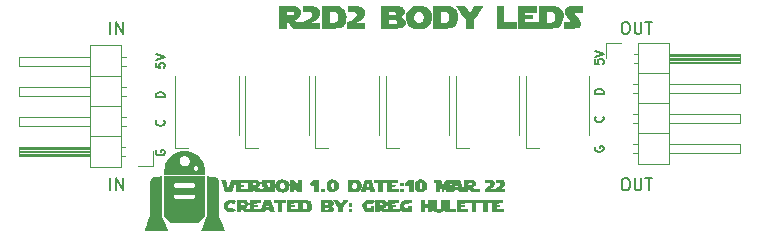
<source format=gbr>
%TF.GenerationSoftware,KiCad,Pcbnew,(6.0.0-0)*%
%TF.CreationDate,2022-03-11T16:24:21-05:00*%
%TF.ProjectId,Internal Body LED Strips,496e7465-726e-4616-9c20-426f6479204c,rev?*%
%TF.SameCoordinates,Original*%
%TF.FileFunction,Legend,Top*%
%TF.FilePolarity,Positive*%
%FSLAX46Y46*%
G04 Gerber Fmt 4.6, Leading zero omitted, Abs format (unit mm)*
G04 Created by KiCad (PCBNEW (6.0.0-0)) date 2022-03-11 16:24:21*
%MOMM*%
%LPD*%
G01*
G04 APERTURE LIST*
%ADD10C,0.150000*%
%ADD11C,0.010000*%
%ADD12C,0.120000*%
G04 APERTURE END LIST*
D10*
X167740000Y-113452380D02*
X167930476Y-113452380D01*
X168025714Y-113500000D01*
X168120952Y-113595238D01*
X168168571Y-113785714D01*
X168168571Y-114119047D01*
X168120952Y-114309523D01*
X168025714Y-114404761D01*
X167930476Y-114452380D01*
X167740000Y-114452380D01*
X167644761Y-114404761D01*
X167549523Y-114309523D01*
X167501904Y-114119047D01*
X167501904Y-113785714D01*
X167549523Y-113595238D01*
X167644761Y-113500000D01*
X167740000Y-113452380D01*
X168597142Y-113452380D02*
X168597142Y-114261904D01*
X168644761Y-114357142D01*
X168692380Y-114404761D01*
X168787619Y-114452380D01*
X168978095Y-114452380D01*
X169073333Y-114404761D01*
X169120952Y-114357142D01*
X169168571Y-114261904D01*
X169168571Y-113452380D01*
X169501904Y-113452380D02*
X170073333Y-113452380D01*
X169787619Y-114452380D02*
X169787619Y-113452380D01*
X124206190Y-114452380D02*
X124206190Y-113452380D01*
X124682380Y-114452380D02*
X124682380Y-113452380D01*
X125253809Y-114452380D01*
X125253809Y-113452380D01*
X128105000Y-111083571D02*
X128069285Y-111155000D01*
X128069285Y-111262142D01*
X128105000Y-111369285D01*
X128176428Y-111440714D01*
X128247857Y-111476428D01*
X128390714Y-111512142D01*
X128497857Y-111512142D01*
X128640714Y-111476428D01*
X128712142Y-111440714D01*
X128783571Y-111369285D01*
X128819285Y-111262142D01*
X128819285Y-111190714D01*
X128783571Y-111083571D01*
X128747857Y-111047857D01*
X128497857Y-111047857D01*
X128497857Y-111190714D01*
X128819285Y-106596428D02*
X128069285Y-106596428D01*
X128069285Y-106417857D01*
X128105000Y-106310714D01*
X128176428Y-106239285D01*
X128247857Y-106203571D01*
X128390714Y-106167857D01*
X128497857Y-106167857D01*
X128640714Y-106203571D01*
X128712142Y-106239285D01*
X128783571Y-106310714D01*
X128819285Y-106417857D01*
X128819285Y-106596428D01*
X128747857Y-108527857D02*
X128783571Y-108563571D01*
X128819285Y-108670714D01*
X128819285Y-108742142D01*
X128783571Y-108849285D01*
X128712142Y-108920714D01*
X128640714Y-108956428D01*
X128497857Y-108992142D01*
X128390714Y-108992142D01*
X128247857Y-108956428D01*
X128176428Y-108920714D01*
X128105000Y-108849285D01*
X128069285Y-108742142D01*
X128069285Y-108670714D01*
X128105000Y-108563571D01*
X128140714Y-108527857D01*
X128069285Y-103692857D02*
X128069285Y-104050000D01*
X128426428Y-104085714D01*
X128390714Y-104050000D01*
X128355000Y-103978571D01*
X128355000Y-103800000D01*
X128390714Y-103728571D01*
X128426428Y-103692857D01*
X128497857Y-103657142D01*
X128676428Y-103657142D01*
X128747857Y-103692857D01*
X128783571Y-103728571D01*
X128819285Y-103800000D01*
X128819285Y-103978571D01*
X128783571Y-104050000D01*
X128747857Y-104085714D01*
X128069285Y-103442857D02*
X128819285Y-103192857D01*
X128069285Y-102942857D01*
X165255000Y-110773571D02*
X165219285Y-110845000D01*
X165219285Y-110952142D01*
X165255000Y-111059285D01*
X165326428Y-111130714D01*
X165397857Y-111166428D01*
X165540714Y-111202142D01*
X165647857Y-111202142D01*
X165790714Y-111166428D01*
X165862142Y-111130714D01*
X165933571Y-111059285D01*
X165969285Y-110952142D01*
X165969285Y-110880714D01*
X165933571Y-110773571D01*
X165897857Y-110737857D01*
X165647857Y-110737857D01*
X165647857Y-110880714D01*
X165969285Y-106286428D02*
X165219285Y-106286428D01*
X165219285Y-106107857D01*
X165255000Y-106000714D01*
X165326428Y-105929285D01*
X165397857Y-105893571D01*
X165540714Y-105857857D01*
X165647857Y-105857857D01*
X165790714Y-105893571D01*
X165862142Y-105929285D01*
X165933571Y-106000714D01*
X165969285Y-106107857D01*
X165969285Y-106286428D01*
X165897857Y-108217857D02*
X165933571Y-108253571D01*
X165969285Y-108360714D01*
X165969285Y-108432142D01*
X165933571Y-108539285D01*
X165862142Y-108610714D01*
X165790714Y-108646428D01*
X165647857Y-108682142D01*
X165540714Y-108682142D01*
X165397857Y-108646428D01*
X165326428Y-108610714D01*
X165255000Y-108539285D01*
X165219285Y-108432142D01*
X165219285Y-108360714D01*
X165255000Y-108253571D01*
X165290714Y-108217857D01*
X165219285Y-103382857D02*
X165219285Y-103740000D01*
X165576428Y-103775714D01*
X165540714Y-103740000D01*
X165505000Y-103668571D01*
X165505000Y-103490000D01*
X165540714Y-103418571D01*
X165576428Y-103382857D01*
X165647857Y-103347142D01*
X165826428Y-103347142D01*
X165897857Y-103382857D01*
X165933571Y-103418571D01*
X165969285Y-103490000D01*
X165969285Y-103668571D01*
X165933571Y-103740000D01*
X165897857Y-103775714D01*
X165219285Y-103132857D02*
X165969285Y-102882857D01*
X165219285Y-102632857D01*
X167740000Y-100232380D02*
X167930476Y-100232380D01*
X168025714Y-100280000D01*
X168120952Y-100375238D01*
X168168571Y-100565714D01*
X168168571Y-100899047D01*
X168120952Y-101089523D01*
X168025714Y-101184761D01*
X167930476Y-101232380D01*
X167740000Y-101232380D01*
X167644761Y-101184761D01*
X167549523Y-101089523D01*
X167501904Y-100899047D01*
X167501904Y-100565714D01*
X167549523Y-100375238D01*
X167644761Y-100280000D01*
X167740000Y-100232380D01*
X168597142Y-100232380D02*
X168597142Y-101041904D01*
X168644761Y-101137142D01*
X168692380Y-101184761D01*
X168787619Y-101232380D01*
X168978095Y-101232380D01*
X169073333Y-101184761D01*
X169120952Y-101137142D01*
X169168571Y-101041904D01*
X169168571Y-100232380D01*
X169501904Y-100232380D02*
X170073333Y-100232380D01*
X169787619Y-101232380D02*
X169787619Y-100232380D01*
X124206190Y-101232380D02*
X124206190Y-100232380D01*
X124682380Y-101232380D02*
X124682380Y-100232380D01*
X125253809Y-101232380D01*
X125253809Y-100232380D01*
D11*
%TO.C,G\u002A\u002A\u002A*%
X132147684Y-116639166D02*
X131903579Y-116883004D01*
X131903579Y-116883004D02*
X131659473Y-117126842D01*
X131659473Y-117126842D02*
X129259353Y-117126842D01*
X129259353Y-117126842D02*
X129019098Y-116886201D01*
X129019098Y-116886201D02*
X128778842Y-116645559D01*
X128778842Y-116645559D02*
X128778842Y-114950493D01*
X128778842Y-114950493D02*
X129504576Y-114950493D01*
X129504576Y-114950493D02*
X129506017Y-115005164D01*
X129506017Y-115005164D02*
X129530185Y-115070742D01*
X129530185Y-115070742D02*
X129574005Y-115131658D01*
X129574005Y-115131658D02*
X129620006Y-115171393D01*
X129620006Y-115171393D02*
X129665112Y-115201790D01*
X129665112Y-115201790D02*
X130451002Y-115201790D01*
X130451002Y-115201790D02*
X130647578Y-115201536D01*
X130647578Y-115201536D02*
X130817434Y-115200774D01*
X130817434Y-115200774D02*
X130960585Y-115199504D01*
X130960585Y-115199504D02*
X131077042Y-115197726D01*
X131077042Y-115197726D02*
X131166818Y-115195439D01*
X131166818Y-115195439D02*
X131229927Y-115192644D01*
X131229927Y-115192644D02*
X131266380Y-115189339D01*
X131266380Y-115189339D02*
X131274525Y-115187531D01*
X131274525Y-115187531D02*
X131336195Y-115151348D01*
X131336195Y-115151348D02*
X131380719Y-115099294D01*
X131380719Y-115099294D02*
X131407512Y-115036484D01*
X131407512Y-115036484D02*
X131415991Y-114968034D01*
X131415991Y-114968034D02*
X131405574Y-114899059D01*
X131405574Y-114899059D02*
X131375677Y-114834675D01*
X131375677Y-114834675D02*
X131325718Y-114779997D01*
X131325718Y-114779997D02*
X131321353Y-114776588D01*
X131321353Y-114776588D02*
X131274152Y-114740579D01*
X131274152Y-114740579D02*
X130491050Y-114736538D01*
X130491050Y-114736538D02*
X130294903Y-114735778D01*
X130294903Y-114735778D02*
X130125312Y-114735661D01*
X130125312Y-114735661D02*
X129982103Y-114736189D01*
X129982103Y-114736189D02*
X129865103Y-114737365D01*
X129865103Y-114737365D02*
X129774137Y-114739190D01*
X129774137Y-114739190D02*
X129709033Y-114741667D01*
X129709033Y-114741667D02*
X129669618Y-114744797D01*
X129669618Y-114744797D02*
X129659056Y-114746730D01*
X129659056Y-114746730D02*
X129603534Y-114775738D01*
X129603534Y-114775738D02*
X129556493Y-114824075D01*
X129556493Y-114824075D02*
X129522113Y-114884681D01*
X129522113Y-114884681D02*
X129504576Y-114950493D01*
X129504576Y-114950493D02*
X128778842Y-114950493D01*
X128778842Y-114950493D02*
X128778842Y-114025272D01*
X128778842Y-114025272D02*
X129506087Y-114025272D01*
X129506087Y-114025272D02*
X129512722Y-114063308D01*
X129512722Y-114063308D02*
X129543426Y-114137558D01*
X129543426Y-114137558D02*
X129592328Y-114192917D01*
X129592328Y-114192917D02*
X129661247Y-114231241D01*
X129661247Y-114231241D02*
X129685791Y-114239602D01*
X129685791Y-114239602D02*
X129707879Y-114242223D01*
X129707879Y-114242223D02*
X129753678Y-114244513D01*
X129753678Y-114244513D02*
X129820164Y-114246475D01*
X129820164Y-114246475D02*
X129904312Y-114248109D01*
X129904312Y-114248109D02*
X130003098Y-114249419D01*
X130003098Y-114249419D02*
X130113498Y-114250405D01*
X130113498Y-114250405D02*
X130232489Y-114251070D01*
X130232489Y-114251070D02*
X130357045Y-114251415D01*
X130357045Y-114251415D02*
X130484143Y-114251442D01*
X130484143Y-114251442D02*
X130610759Y-114251153D01*
X130610759Y-114251153D02*
X130733869Y-114250549D01*
X130733869Y-114250549D02*
X130850448Y-114249633D01*
X130850448Y-114249633D02*
X130957473Y-114248407D01*
X130957473Y-114248407D02*
X131051919Y-114246871D01*
X131051919Y-114246871D02*
X131130762Y-114245028D01*
X131130762Y-114245028D02*
X131190978Y-114242880D01*
X131190978Y-114242880D02*
X131229543Y-114240428D01*
X131229543Y-114240428D02*
X131241559Y-114238675D01*
X131241559Y-114238675D02*
X131313090Y-114205978D01*
X131313090Y-114205978D02*
X131367696Y-114154321D01*
X131367696Y-114154321D02*
X131402462Y-114087519D01*
X131402462Y-114087519D02*
X131414466Y-114012532D01*
X131414466Y-114012532D02*
X131403473Y-113932678D01*
X131403473Y-113932678D02*
X131369908Y-113865747D01*
X131369908Y-113865747D02*
X131314877Y-113813941D01*
X131314877Y-113813941D02*
X131314398Y-113813623D01*
X131314398Y-113813623D02*
X131260659Y-113778053D01*
X131260659Y-113778053D02*
X130484303Y-113774289D01*
X130484303Y-113774289D02*
X130318324Y-113773550D01*
X130318324Y-113773550D02*
X130176941Y-113773102D01*
X130176941Y-113773102D02*
X130058014Y-113772989D01*
X130058014Y-113772989D02*
X129959405Y-113773256D01*
X129959405Y-113773256D02*
X129878973Y-113773949D01*
X129878973Y-113773949D02*
X129814579Y-113775113D01*
X129814579Y-113775113D02*
X129764084Y-113776794D01*
X129764084Y-113776794D02*
X129725347Y-113779038D01*
X129725347Y-113779038D02*
X129696230Y-113781888D01*
X129696230Y-113781888D02*
X129674593Y-113785392D01*
X129674593Y-113785392D02*
X129658297Y-113789594D01*
X129658297Y-113789594D02*
X129651512Y-113791960D01*
X129651512Y-113791960D02*
X129587116Y-113829730D01*
X129587116Y-113829730D02*
X129539566Y-113884816D01*
X129539566Y-113884816D02*
X129511633Y-113951802D01*
X129511633Y-113951802D02*
X129506087Y-114025272D01*
X129506087Y-114025272D02*
X128778842Y-114025272D01*
X128778842Y-114025272D02*
X128778842Y-113290106D01*
X128778842Y-113290106D02*
X132147684Y-113290106D01*
X132147684Y-113290106D02*
X132147684Y-116639166D01*
X132147684Y-116639166D02*
X132147684Y-116639166D01*
G36*
X132147684Y-113290106D02*
G01*
X132147684Y-116639166D01*
X131903579Y-116883004D01*
X131659473Y-117126842D01*
X129259353Y-117126842D01*
X129019098Y-116886201D01*
X128778842Y-116645559D01*
X128778842Y-114950493D01*
X129504576Y-114950493D01*
X129506017Y-115005164D01*
X129530185Y-115070742D01*
X129574005Y-115131658D01*
X129620006Y-115171393D01*
X129665112Y-115201790D01*
X130451002Y-115201790D01*
X130647578Y-115201536D01*
X130817434Y-115200774D01*
X130960585Y-115199504D01*
X131077042Y-115197726D01*
X131166818Y-115195439D01*
X131229927Y-115192644D01*
X131266380Y-115189339D01*
X131274525Y-115187531D01*
X131336195Y-115151348D01*
X131380719Y-115099294D01*
X131407512Y-115036484D01*
X131415991Y-114968034D01*
X131405574Y-114899059D01*
X131375677Y-114834675D01*
X131325718Y-114779997D01*
X131321353Y-114776588D01*
X131274152Y-114740579D01*
X130491050Y-114736538D01*
X130294903Y-114735778D01*
X130125312Y-114735661D01*
X129982103Y-114736189D01*
X129865103Y-114737365D01*
X129774137Y-114739190D01*
X129709033Y-114741667D01*
X129669618Y-114744797D01*
X129659056Y-114746730D01*
X129603534Y-114775738D01*
X129556493Y-114824075D01*
X129522113Y-114884681D01*
X129504576Y-114950493D01*
X128778842Y-114950493D01*
X128778842Y-114025272D01*
X129506087Y-114025272D01*
X129512722Y-114063308D01*
X129543426Y-114137558D01*
X129592328Y-114192917D01*
X129661247Y-114231241D01*
X129685791Y-114239602D01*
X129707879Y-114242223D01*
X129753678Y-114244513D01*
X129820164Y-114246475D01*
X129904312Y-114248109D01*
X130003098Y-114249419D01*
X130113498Y-114250405D01*
X130232489Y-114251070D01*
X130357045Y-114251415D01*
X130484143Y-114251442D01*
X130610759Y-114251153D01*
X130733869Y-114250549D01*
X130850448Y-114249633D01*
X130957473Y-114248407D01*
X131051919Y-114246871D01*
X131130762Y-114245028D01*
X131190978Y-114242880D01*
X131229543Y-114240428D01*
X131241559Y-114238675D01*
X131313090Y-114205978D01*
X131367696Y-114154321D01*
X131402462Y-114087519D01*
X131414466Y-114012532D01*
X131403473Y-113932678D01*
X131369908Y-113865747D01*
X131314877Y-113813941D01*
X131314398Y-113813623D01*
X131260659Y-113778053D01*
X130484303Y-113774289D01*
X130318324Y-113773550D01*
X130176941Y-113773102D01*
X130058014Y-113772989D01*
X129959405Y-113773256D01*
X129878973Y-113773949D01*
X129814579Y-113775113D01*
X129764084Y-113776794D01*
X129725347Y-113779038D01*
X129696230Y-113781888D01*
X129674593Y-113785392D01*
X129658297Y-113789594D01*
X129651512Y-113791960D01*
X129587116Y-113829730D01*
X129539566Y-113884816D01*
X129511633Y-113951802D01*
X129506087Y-114025272D01*
X128778842Y-114025272D01*
X128778842Y-113290106D01*
X132147684Y-113290106D01*
G37*
X132147684Y-113290106D02*
X132147684Y-116639166D01*
X131903579Y-116883004D01*
X131659473Y-117126842D01*
X129259353Y-117126842D01*
X129019098Y-116886201D01*
X128778842Y-116645559D01*
X128778842Y-114950493D01*
X129504576Y-114950493D01*
X129506017Y-115005164D01*
X129530185Y-115070742D01*
X129574005Y-115131658D01*
X129620006Y-115171393D01*
X129665112Y-115201790D01*
X130451002Y-115201790D01*
X130647578Y-115201536D01*
X130817434Y-115200774D01*
X130960585Y-115199504D01*
X131077042Y-115197726D01*
X131166818Y-115195439D01*
X131229927Y-115192644D01*
X131266380Y-115189339D01*
X131274525Y-115187531D01*
X131336195Y-115151348D01*
X131380719Y-115099294D01*
X131407512Y-115036484D01*
X131415991Y-114968034D01*
X131405574Y-114899059D01*
X131375677Y-114834675D01*
X131325718Y-114779997D01*
X131321353Y-114776588D01*
X131274152Y-114740579D01*
X130491050Y-114736538D01*
X130294903Y-114735778D01*
X130125312Y-114735661D01*
X129982103Y-114736189D01*
X129865103Y-114737365D01*
X129774137Y-114739190D01*
X129709033Y-114741667D01*
X129669618Y-114744797D01*
X129659056Y-114746730D01*
X129603534Y-114775738D01*
X129556493Y-114824075D01*
X129522113Y-114884681D01*
X129504576Y-114950493D01*
X128778842Y-114950493D01*
X128778842Y-114025272D01*
X129506087Y-114025272D01*
X129512722Y-114063308D01*
X129543426Y-114137558D01*
X129592328Y-114192917D01*
X129661247Y-114231241D01*
X129685791Y-114239602D01*
X129707879Y-114242223D01*
X129753678Y-114244513D01*
X129820164Y-114246475D01*
X129904312Y-114248109D01*
X130003098Y-114249419D01*
X130113498Y-114250405D01*
X130232489Y-114251070D01*
X130357045Y-114251415D01*
X130484143Y-114251442D01*
X130610759Y-114251153D01*
X130733869Y-114250549D01*
X130850448Y-114249633D01*
X130957473Y-114248407D01*
X131051919Y-114246871D01*
X131130762Y-114245028D01*
X131190978Y-114242880D01*
X131229543Y-114240428D01*
X131241559Y-114238675D01*
X131313090Y-114205978D01*
X131367696Y-114154321D01*
X131402462Y-114087519D01*
X131414466Y-114012532D01*
X131403473Y-113932678D01*
X131369908Y-113865747D01*
X131314877Y-113813941D01*
X131314398Y-113813623D01*
X131260659Y-113778053D01*
X130484303Y-113774289D01*
X130318324Y-113773550D01*
X130176941Y-113773102D01*
X130058014Y-113772989D01*
X129959405Y-113773256D01*
X129878973Y-113773949D01*
X129814579Y-113775113D01*
X129764084Y-113776794D01*
X129725347Y-113779038D01*
X129696230Y-113781888D01*
X129674593Y-113785392D01*
X129658297Y-113789594D01*
X129651512Y-113791960D01*
X129587116Y-113829730D01*
X129539566Y-113884816D01*
X129511633Y-113951802D01*
X129506087Y-114025272D01*
X128778842Y-114025272D01*
X128778842Y-113290106D01*
X132147684Y-113290106D01*
X130721018Y-111150709D02*
X130916614Y-111194212D01*
X130916614Y-111194212D02*
X131105395Y-111260653D01*
X131105395Y-111260653D02*
X131285103Y-111348765D01*
X131285103Y-111348765D02*
X131453483Y-111457282D01*
X131453483Y-111457282D02*
X131608277Y-111584937D01*
X131608277Y-111584937D02*
X131747230Y-111730464D01*
X131747230Y-111730464D02*
X131868084Y-111892597D01*
X131868084Y-111892597D02*
X131964311Y-112061323D01*
X131964311Y-112061323D02*
X132019641Y-112182993D01*
X132019641Y-112182993D02*
X132062936Y-112301037D01*
X132062936Y-112301037D02*
X132095607Y-112421581D01*
X132095607Y-112421581D02*
X132119064Y-112550748D01*
X132119064Y-112550748D02*
X132134719Y-112694665D01*
X132134719Y-112694665D02*
X132143128Y-112837548D01*
X132143128Y-112837548D02*
X132151865Y-113049474D01*
X132151865Y-113049474D02*
X128774967Y-113049474D01*
X128774967Y-113049474D02*
X128782468Y-112818869D01*
X128782468Y-112818869D02*
X128786568Y-112728485D01*
X128786568Y-112728485D02*
X128792628Y-112641419D01*
X128792628Y-112641419D02*
X128800043Y-112564590D01*
X128800043Y-112564590D02*
X128803297Y-112540802D01*
X128803297Y-112540802D02*
X131188197Y-112540802D01*
X131188197Y-112540802D02*
X131189481Y-112607850D01*
X131189481Y-112607850D02*
X131209334Y-112672271D01*
X131209334Y-112672271D02*
X131248146Y-112729359D01*
X131248146Y-112729359D02*
X131306310Y-112774411D01*
X131306310Y-112774411D02*
X131323975Y-112783267D01*
X131323975Y-112783267D02*
X131397924Y-112805496D01*
X131397924Y-112805496D02*
X131469316Y-112802158D01*
X131469316Y-112802158D02*
X131528705Y-112780822D01*
X131528705Y-112780822D02*
X131584581Y-112740168D01*
X131584581Y-112740168D02*
X131625491Y-112683278D01*
X131625491Y-112683278D02*
X131649616Y-112616621D01*
X131649616Y-112616621D02*
X131655135Y-112546668D01*
X131655135Y-112546668D02*
X131640228Y-112479889D01*
X131640228Y-112479889D02*
X131622656Y-112446848D01*
X131622656Y-112446848D02*
X131568464Y-112387299D01*
X131568464Y-112387299D02*
X131502584Y-112348694D01*
X131502584Y-112348694D02*
X131429811Y-112332983D01*
X131429811Y-112332983D02*
X131360891Y-112340424D01*
X131360891Y-112340424D02*
X131291827Y-112370938D01*
X131291827Y-112370938D02*
X131239762Y-112417642D01*
X131239762Y-112417642D02*
X131205088Y-112475832D01*
X131205088Y-112475832D02*
X131188197Y-112540802D01*
X131188197Y-112540802D02*
X128803297Y-112540802D01*
X128803297Y-112540802D02*
X128808206Y-112504918D01*
X128808206Y-112504918D02*
X128811417Y-112488000D01*
X128811417Y-112488000D02*
X128867321Y-112281728D01*
X128867321Y-112281728D02*
X128943849Y-112091557D01*
X128943849Y-112091557D02*
X129013724Y-111966308D01*
X129013724Y-111966308D02*
X129988705Y-111966308D01*
X129988705Y-111966308D02*
X129989939Y-112027355D01*
X129989939Y-112027355D02*
X129995179Y-112072572D01*
X129995179Y-112072572D02*
X130006696Y-112112812D01*
X130006696Y-112112812D02*
X130026759Y-112158925D01*
X130026759Y-112158925D02*
X130030713Y-112167158D01*
X130030713Y-112167158D02*
X130092327Y-112268018D01*
X130092327Y-112268018D02*
X130168427Y-112346679D01*
X130168427Y-112346679D02*
X130258079Y-112402573D01*
X130258079Y-112402573D02*
X130360348Y-112435134D01*
X130360348Y-112435134D02*
X130474301Y-112443797D01*
X130474301Y-112443797D02*
X130486255Y-112443329D01*
X130486255Y-112443329D02*
X130556035Y-112436108D01*
X130556035Y-112436108D02*
X130616119Y-112419459D01*
X130616119Y-112419459D02*
X130669199Y-112396046D01*
X130669199Y-112396046D02*
X130765619Y-112334810D01*
X130765619Y-112334810D02*
X130841544Y-112256952D01*
X130841544Y-112256952D02*
X130895875Y-112164257D01*
X130895875Y-112164257D02*
X130927511Y-112058507D01*
X130927511Y-112058507D02*
X130935746Y-111963972D01*
X130935746Y-111963972D02*
X130934469Y-111908352D01*
X130934469Y-111908352D02*
X130928620Y-111865447D01*
X130928620Y-111865447D02*
X130915469Y-111824032D01*
X130915469Y-111824032D02*
X130892283Y-111772880D01*
X130892283Y-111772880D02*
X130886255Y-111760602D01*
X130886255Y-111760602D02*
X130838492Y-111679757D01*
X130838492Y-111679757D02*
X130781120Y-111615750D01*
X130781120Y-111615750D02*
X130707237Y-111561648D01*
X130707237Y-111561648D02*
X130663790Y-111537112D01*
X130663790Y-111537112D02*
X130632333Y-111522357D01*
X130632333Y-111522357D02*
X130600762Y-111512975D01*
X130600762Y-111512975D02*
X130561750Y-111507809D01*
X130561750Y-111507809D02*
X130507967Y-111505701D01*
X130507967Y-111505701D02*
X130463263Y-111505421D01*
X130463263Y-111505421D02*
X130393361Y-111506463D01*
X130393361Y-111506463D02*
X130342750Y-111510280D01*
X130342750Y-111510280D02*
X130304040Y-111517914D01*
X130304040Y-111517914D02*
X130269842Y-111530405D01*
X130269842Y-111530405D02*
X130262737Y-111533651D01*
X130262737Y-111533651D02*
X130172775Y-111589911D01*
X130172775Y-111589911D02*
X130095074Y-111666593D01*
X130095074Y-111666593D02*
X130035081Y-111758263D01*
X130035081Y-111758263D02*
X130032644Y-111763144D01*
X130032644Y-111763144D02*
X130010271Y-111811632D01*
X130010271Y-111811632D02*
X129997063Y-111851644D01*
X129997063Y-111851644D02*
X129990675Y-111894025D01*
X129990675Y-111894025D02*
X129988760Y-111949623D01*
X129988760Y-111949623D02*
X129988705Y-111966308D01*
X129988705Y-111966308D02*
X129013724Y-111966308D01*
X129013724Y-111966308D02*
X129042273Y-111915136D01*
X129042273Y-111915136D02*
X129163863Y-111750119D01*
X129163863Y-111750119D02*
X129278914Y-111624493D01*
X129278914Y-111624493D02*
X129436602Y-111483000D01*
X129436602Y-111483000D02*
X129602400Y-111366428D01*
X129602400Y-111366428D02*
X129778121Y-111273929D01*
X129778121Y-111273929D02*
X129965577Y-111204653D01*
X129965577Y-111204653D02*
X130166580Y-111157753D01*
X130166580Y-111157753D02*
X130318404Y-111137581D01*
X130318404Y-111137581D02*
X130520862Y-111131410D01*
X130520862Y-111131410D02*
X130721018Y-111150709D01*
X130721018Y-111150709D02*
X130721018Y-111150709D01*
G36*
X128811417Y-112488000D02*
G01*
X128867321Y-112281728D01*
X128943849Y-112091557D01*
X129013724Y-111966308D01*
X129988705Y-111966308D01*
X129989939Y-112027355D01*
X129995179Y-112072572D01*
X130006696Y-112112812D01*
X130026759Y-112158925D01*
X130030713Y-112167158D01*
X130092327Y-112268018D01*
X130168427Y-112346679D01*
X130258079Y-112402573D01*
X130360348Y-112435134D01*
X130474301Y-112443797D01*
X130486255Y-112443329D01*
X130556035Y-112436108D01*
X130616119Y-112419459D01*
X130669199Y-112396046D01*
X130765619Y-112334810D01*
X130841544Y-112256952D01*
X130895875Y-112164257D01*
X130927511Y-112058507D01*
X130935746Y-111963972D01*
X130934469Y-111908352D01*
X130928620Y-111865447D01*
X130915469Y-111824032D01*
X130892283Y-111772880D01*
X130886255Y-111760602D01*
X130838492Y-111679757D01*
X130781120Y-111615750D01*
X130707237Y-111561648D01*
X130663790Y-111537112D01*
X130632333Y-111522357D01*
X130600762Y-111512975D01*
X130561750Y-111507809D01*
X130507967Y-111505701D01*
X130463263Y-111505421D01*
X130393361Y-111506463D01*
X130342750Y-111510280D01*
X130304040Y-111517914D01*
X130269842Y-111530405D01*
X130262737Y-111533651D01*
X130172775Y-111589911D01*
X130095074Y-111666593D01*
X130035081Y-111758263D01*
X130032644Y-111763144D01*
X130010271Y-111811632D01*
X129997063Y-111851644D01*
X129990675Y-111894025D01*
X129988760Y-111949623D01*
X129988705Y-111966308D01*
X129013724Y-111966308D01*
X129042273Y-111915136D01*
X129163863Y-111750119D01*
X129278914Y-111624493D01*
X129436602Y-111483000D01*
X129602400Y-111366428D01*
X129778121Y-111273929D01*
X129965577Y-111204653D01*
X130166580Y-111157753D01*
X130318404Y-111137581D01*
X130520862Y-111131410D01*
X130721018Y-111150709D01*
X130916614Y-111194212D01*
X131105395Y-111260653D01*
X131285103Y-111348765D01*
X131453483Y-111457282D01*
X131608277Y-111584937D01*
X131747230Y-111730464D01*
X131868084Y-111892597D01*
X131964311Y-112061323D01*
X132019641Y-112182993D01*
X132062936Y-112301037D01*
X132095607Y-112421581D01*
X132119064Y-112550748D01*
X132134719Y-112694665D01*
X132143128Y-112837548D01*
X132151865Y-113049474D01*
X128774967Y-113049474D01*
X128782468Y-112818869D01*
X128786568Y-112728485D01*
X128792628Y-112641419D01*
X128800043Y-112564590D01*
X128803297Y-112540802D01*
X131188197Y-112540802D01*
X131189481Y-112607850D01*
X131209334Y-112672271D01*
X131248146Y-112729359D01*
X131306310Y-112774411D01*
X131323975Y-112783267D01*
X131397924Y-112805496D01*
X131469316Y-112802158D01*
X131528705Y-112780822D01*
X131584581Y-112740168D01*
X131625491Y-112683278D01*
X131649616Y-112616621D01*
X131655135Y-112546668D01*
X131640228Y-112479889D01*
X131622656Y-112446848D01*
X131568464Y-112387299D01*
X131502584Y-112348694D01*
X131429811Y-112332983D01*
X131360891Y-112340424D01*
X131291827Y-112370938D01*
X131239762Y-112417642D01*
X131205088Y-112475832D01*
X131188197Y-112540802D01*
X128803297Y-112540802D01*
X128808206Y-112504918D01*
X128811417Y-112488000D01*
G37*
X128811417Y-112488000D02*
X128867321Y-112281728D01*
X128943849Y-112091557D01*
X129013724Y-111966308D01*
X129988705Y-111966308D01*
X129989939Y-112027355D01*
X129995179Y-112072572D01*
X130006696Y-112112812D01*
X130026759Y-112158925D01*
X130030713Y-112167158D01*
X130092327Y-112268018D01*
X130168427Y-112346679D01*
X130258079Y-112402573D01*
X130360348Y-112435134D01*
X130474301Y-112443797D01*
X130486255Y-112443329D01*
X130556035Y-112436108D01*
X130616119Y-112419459D01*
X130669199Y-112396046D01*
X130765619Y-112334810D01*
X130841544Y-112256952D01*
X130895875Y-112164257D01*
X130927511Y-112058507D01*
X130935746Y-111963972D01*
X130934469Y-111908352D01*
X130928620Y-111865447D01*
X130915469Y-111824032D01*
X130892283Y-111772880D01*
X130886255Y-111760602D01*
X130838492Y-111679757D01*
X130781120Y-111615750D01*
X130707237Y-111561648D01*
X130663790Y-111537112D01*
X130632333Y-111522357D01*
X130600762Y-111512975D01*
X130561750Y-111507809D01*
X130507967Y-111505701D01*
X130463263Y-111505421D01*
X130393361Y-111506463D01*
X130342750Y-111510280D01*
X130304040Y-111517914D01*
X130269842Y-111530405D01*
X130262737Y-111533651D01*
X130172775Y-111589911D01*
X130095074Y-111666593D01*
X130035081Y-111758263D01*
X130032644Y-111763144D01*
X130010271Y-111811632D01*
X129997063Y-111851644D01*
X129990675Y-111894025D01*
X129988760Y-111949623D01*
X129988705Y-111966308D01*
X129013724Y-111966308D01*
X129042273Y-111915136D01*
X129163863Y-111750119D01*
X129278914Y-111624493D01*
X129436602Y-111483000D01*
X129602400Y-111366428D01*
X129778121Y-111273929D01*
X129965577Y-111204653D01*
X130166580Y-111157753D01*
X130318404Y-111137581D01*
X130520862Y-111131410D01*
X130721018Y-111150709D01*
X130916614Y-111194212D01*
X131105395Y-111260653D01*
X131285103Y-111348765D01*
X131453483Y-111457282D01*
X131608277Y-111584937D01*
X131747230Y-111730464D01*
X131868084Y-111892597D01*
X131964311Y-112061323D01*
X132019641Y-112182993D01*
X132062936Y-112301037D01*
X132095607Y-112421581D01*
X132119064Y-112550748D01*
X132134719Y-112694665D01*
X132143128Y-112837548D01*
X132151865Y-113049474D01*
X128774967Y-113049474D01*
X128782468Y-112818869D01*
X128786568Y-112728485D01*
X128792628Y-112641419D01*
X128800043Y-112564590D01*
X128803297Y-112540802D01*
X131188197Y-112540802D01*
X131189481Y-112607850D01*
X131209334Y-112672271D01*
X131248146Y-112729359D01*
X131306310Y-112774411D01*
X131323975Y-112783267D01*
X131397924Y-112805496D01*
X131469316Y-112802158D01*
X131528705Y-112780822D01*
X131584581Y-112740168D01*
X131625491Y-112683278D01*
X131649616Y-112616621D01*
X131655135Y-112546668D01*
X131640228Y-112479889D01*
X131622656Y-112446848D01*
X131568464Y-112387299D01*
X131502584Y-112348694D01*
X131429811Y-112332983D01*
X131360891Y-112340424D01*
X131291827Y-112370938D01*
X131239762Y-112417642D01*
X131205088Y-112475832D01*
X131188197Y-112540802D01*
X128803297Y-112540802D01*
X128808206Y-112504918D01*
X128811417Y-112488000D01*
X132679079Y-113292544D02*
X132777181Y-113294011D01*
X132777181Y-113294011D02*
X132852626Y-113295605D01*
X132852626Y-113295605D02*
X132909494Y-113297753D01*
X132909494Y-113297753D02*
X132951862Y-113300884D01*
X132951862Y-113300884D02*
X132983811Y-113305427D01*
X132983811Y-113305427D02*
X133009418Y-113311811D01*
X133009418Y-113311811D02*
X133032762Y-113320462D01*
X133032762Y-113320462D02*
X133057922Y-113331810D01*
X133057922Y-113331810D02*
X133059364Y-113332486D01*
X133059364Y-113332486D02*
X133146063Y-113386324D01*
X133146063Y-113386324D02*
X133223023Y-113459359D01*
X133223023Y-113459359D02*
X133282806Y-113544151D01*
X133282806Y-113544151D02*
X133295094Y-113568216D01*
X133295094Y-113568216D02*
X133330790Y-113644369D01*
X133330790Y-113644369D02*
X133337474Y-115155000D01*
X133337474Y-115155000D02*
X133344158Y-116665632D01*
X133344158Y-116665632D02*
X133576270Y-117240474D01*
X133576270Y-117240474D02*
X133623684Y-117357906D01*
X133623684Y-117357906D02*
X133668125Y-117467986D01*
X133668125Y-117467986D02*
X133708569Y-117568182D01*
X133708569Y-117568182D02*
X133743995Y-117655961D01*
X133743995Y-117655961D02*
X133773381Y-117728791D01*
X133773381Y-117728791D02*
X133795706Y-117784139D01*
X133795706Y-117784139D02*
X133809947Y-117819474D01*
X133809947Y-117819474D02*
X133814990Y-117832027D01*
X133814990Y-117832027D02*
X133811383Y-117835333D01*
X133811383Y-117835333D02*
X133796747Y-117838200D01*
X133796747Y-117838200D02*
X133769554Y-117840657D01*
X133769554Y-117840657D02*
X133728273Y-117842730D01*
X133728273Y-117842730D02*
X133671374Y-117844445D01*
X133671374Y-117844445D02*
X133597328Y-117845829D01*
X133597328Y-117845829D02*
X133504606Y-117846910D01*
X133504606Y-117846910D02*
X133391678Y-117847713D01*
X133391678Y-117847713D02*
X133257013Y-117848267D01*
X133257013Y-117848267D02*
X133099083Y-117848597D01*
X133099083Y-117848597D02*
X132916358Y-117848731D01*
X132916358Y-117848731D02*
X132862766Y-117848737D01*
X132862766Y-117848737D02*
X132679453Y-117848710D01*
X132679453Y-117848710D02*
X132521078Y-117848599D01*
X132521078Y-117848599D02*
X132385841Y-117848359D01*
X132385841Y-117848359D02*
X132271941Y-117847948D01*
X132271941Y-117847948D02*
X132177581Y-117847319D01*
X132177581Y-117847319D02*
X132100960Y-117846430D01*
X132100960Y-117846430D02*
X132040278Y-117845236D01*
X132040278Y-117845236D02*
X131993737Y-117843693D01*
X131993737Y-117843693D02*
X131959536Y-117841756D01*
X131959536Y-117841756D02*
X131935877Y-117839382D01*
X131935877Y-117839382D02*
X131920959Y-117836526D01*
X131920959Y-117836526D02*
X131912983Y-117833144D01*
X131912983Y-117833144D02*
X131910150Y-117829192D01*
X131910150Y-117829192D02*
X131910444Y-117825342D01*
X131910444Y-117825342D02*
X131916625Y-117808451D01*
X131916625Y-117808451D02*
X131931752Y-117769333D01*
X131931752Y-117769333D02*
X131954803Y-117710569D01*
X131954803Y-117710569D02*
X131984756Y-117634741D01*
X131984756Y-117634741D02*
X132020588Y-117544431D01*
X132020588Y-117544431D02*
X132061278Y-117442221D01*
X132061278Y-117442221D02*
X132105804Y-117330694D01*
X132105804Y-117330694D02*
X132145950Y-117230380D01*
X132145950Y-117230380D02*
X132374948Y-116658812D01*
X132374948Y-116658812D02*
X132374948Y-113288298D01*
X132374948Y-113288298D02*
X132679079Y-113292544D01*
X132679079Y-113292544D02*
X132679079Y-113292544D01*
G36*
X132679079Y-113292544D02*
G01*
X132777181Y-113294011D01*
X132852626Y-113295605D01*
X132909494Y-113297753D01*
X132951862Y-113300884D01*
X132983811Y-113305427D01*
X133009418Y-113311811D01*
X133032762Y-113320462D01*
X133057922Y-113331810D01*
X133059364Y-113332486D01*
X133146063Y-113386324D01*
X133223023Y-113459359D01*
X133282806Y-113544151D01*
X133295094Y-113568216D01*
X133330790Y-113644369D01*
X133337474Y-115155000D01*
X133344158Y-116665632D01*
X133576270Y-117240474D01*
X133623684Y-117357906D01*
X133668125Y-117467986D01*
X133708569Y-117568182D01*
X133743995Y-117655961D01*
X133773381Y-117728791D01*
X133795706Y-117784139D01*
X133809947Y-117819474D01*
X133814990Y-117832027D01*
X133811383Y-117835333D01*
X133796747Y-117838200D01*
X133769554Y-117840657D01*
X133728273Y-117842730D01*
X133671374Y-117844445D01*
X133597328Y-117845829D01*
X133504606Y-117846910D01*
X133391678Y-117847713D01*
X133257013Y-117848267D01*
X133099083Y-117848597D01*
X132916358Y-117848731D01*
X132862766Y-117848737D01*
X132679453Y-117848710D01*
X132521078Y-117848599D01*
X132385841Y-117848359D01*
X132271941Y-117847948D01*
X132177581Y-117847319D01*
X132100960Y-117846430D01*
X132040278Y-117845236D01*
X131993737Y-117843693D01*
X131959536Y-117841756D01*
X131935877Y-117839382D01*
X131920959Y-117836526D01*
X131912983Y-117833144D01*
X131910150Y-117829192D01*
X131910444Y-117825342D01*
X131916625Y-117808451D01*
X131931752Y-117769333D01*
X131954803Y-117710569D01*
X131984756Y-117634741D01*
X132020588Y-117544431D01*
X132061278Y-117442221D01*
X132105804Y-117330694D01*
X132145950Y-117230380D01*
X132374948Y-116658812D01*
X132374948Y-113288298D01*
X132679079Y-113292544D01*
G37*
X132679079Y-113292544D02*
X132777181Y-113294011D01*
X132852626Y-113295605D01*
X132909494Y-113297753D01*
X132951862Y-113300884D01*
X132983811Y-113305427D01*
X133009418Y-113311811D01*
X133032762Y-113320462D01*
X133057922Y-113331810D01*
X133059364Y-113332486D01*
X133146063Y-113386324D01*
X133223023Y-113459359D01*
X133282806Y-113544151D01*
X133295094Y-113568216D01*
X133330790Y-113644369D01*
X133337474Y-115155000D01*
X133344158Y-116665632D01*
X133576270Y-117240474D01*
X133623684Y-117357906D01*
X133668125Y-117467986D01*
X133708569Y-117568182D01*
X133743995Y-117655961D01*
X133773381Y-117728791D01*
X133795706Y-117784139D01*
X133809947Y-117819474D01*
X133814990Y-117832027D01*
X133811383Y-117835333D01*
X133796747Y-117838200D01*
X133769554Y-117840657D01*
X133728273Y-117842730D01*
X133671374Y-117844445D01*
X133597328Y-117845829D01*
X133504606Y-117846910D01*
X133391678Y-117847713D01*
X133257013Y-117848267D01*
X133099083Y-117848597D01*
X132916358Y-117848731D01*
X132862766Y-117848737D01*
X132679453Y-117848710D01*
X132521078Y-117848599D01*
X132385841Y-117848359D01*
X132271941Y-117847948D01*
X132177581Y-117847319D01*
X132100960Y-117846430D01*
X132040278Y-117845236D01*
X131993737Y-117843693D01*
X131959536Y-117841756D01*
X131935877Y-117839382D01*
X131920959Y-117836526D01*
X131912983Y-117833144D01*
X131910150Y-117829192D01*
X131910444Y-117825342D01*
X131916625Y-117808451D01*
X131931752Y-117769333D01*
X131954803Y-117710569D01*
X131984756Y-117634741D01*
X132020588Y-117544431D01*
X132061278Y-117442221D01*
X132105804Y-117330694D01*
X132145950Y-117230380D01*
X132374948Y-116658812D01*
X132374948Y-113288298D01*
X132679079Y-113292544D01*
X128538211Y-116632082D02*
X128778842Y-117233790D01*
X128778842Y-117233790D02*
X128826710Y-117353616D01*
X128826710Y-117353616D02*
X128871408Y-117465767D01*
X128871408Y-117465767D02*
X128911981Y-117567821D01*
X128911981Y-117567821D02*
X128947471Y-117657359D01*
X128947471Y-117657359D02*
X128976919Y-117731959D01*
X128976919Y-117731959D02*
X128999368Y-117789201D01*
X128999368Y-117789201D02*
X129013862Y-117826664D01*
X129013862Y-117826664D02*
X129019441Y-117841926D01*
X129019441Y-117841926D02*
X129019474Y-117842117D01*
X129019474Y-117842117D02*
X129006458Y-117843206D01*
X129006458Y-117843206D02*
X128968822Y-117844239D01*
X128968822Y-117844239D02*
X128908683Y-117845201D01*
X128908683Y-117845201D02*
X128828157Y-117846079D01*
X128828157Y-117846079D02*
X128729360Y-117846856D01*
X128729360Y-117846856D02*
X128614410Y-117847519D01*
X128614410Y-117847519D02*
X128485423Y-117848053D01*
X128485423Y-117848053D02*
X128344515Y-117848444D01*
X128344515Y-117848444D02*
X128193804Y-117848676D01*
X128193804Y-117848676D02*
X128063632Y-117848737D01*
X128063632Y-117848737D02*
X127906428Y-117848643D01*
X127906428Y-117848643D02*
X127757282Y-117848369D01*
X127757282Y-117848369D02*
X127618310Y-117847933D01*
X127618310Y-117847933D02*
X127491631Y-117847348D01*
X127491631Y-117847348D02*
X127379359Y-117846631D01*
X127379359Y-117846631D02*
X127283612Y-117845797D01*
X127283612Y-117845797D02*
X127206506Y-117844860D01*
X127206506Y-117844860D02*
X127150158Y-117843837D01*
X127150158Y-117843837D02*
X127116684Y-117842743D01*
X127116684Y-117842743D02*
X127107790Y-117841798D01*
X127107790Y-117841798D02*
X127112584Y-117828356D01*
X127112584Y-117828356D02*
X127126323Y-117792539D01*
X127126323Y-117792539D02*
X127148040Y-117736802D01*
X127148040Y-117736802D02*
X127176769Y-117663602D01*
X127176769Y-117663602D02*
X127211544Y-117575396D01*
X127211544Y-117575396D02*
X127251398Y-117474639D01*
X127251398Y-117474639D02*
X127295364Y-117363789D01*
X127295364Y-117363789D02*
X127341348Y-117248134D01*
X127341348Y-117248134D02*
X127574907Y-116661409D01*
X127574907Y-116661409D02*
X127578638Y-115166257D01*
X127578638Y-115166257D02*
X127582369Y-113671106D01*
X127582369Y-113671106D02*
X127613166Y-113594884D01*
X127613166Y-113594884D02*
X127664907Y-113501202D01*
X127664907Y-113501202D02*
X127737852Y-113419478D01*
X127737852Y-113419478D02*
X127827435Y-113354537D01*
X127827435Y-113354537D02*
X127853601Y-113340646D01*
X127853601Y-113340646D02*
X127942618Y-113296790D01*
X127942618Y-113296790D02*
X128240414Y-113292529D01*
X128240414Y-113292529D02*
X128538211Y-113288268D01*
X128538211Y-113288268D02*
X128538211Y-116632082D01*
X128538211Y-116632082D02*
X128538211Y-116632082D01*
G36*
X128538211Y-116632082D02*
G01*
X128778842Y-117233790D01*
X128826710Y-117353616D01*
X128871408Y-117465767D01*
X128911981Y-117567821D01*
X128947471Y-117657359D01*
X128976919Y-117731959D01*
X128999368Y-117789201D01*
X129013862Y-117826664D01*
X129019441Y-117841926D01*
X129019474Y-117842117D01*
X129006458Y-117843206D01*
X128968822Y-117844239D01*
X128908683Y-117845201D01*
X128828157Y-117846079D01*
X128729360Y-117846856D01*
X128614410Y-117847519D01*
X128485423Y-117848053D01*
X128344515Y-117848444D01*
X128193804Y-117848676D01*
X128063632Y-117848737D01*
X127906428Y-117848643D01*
X127757282Y-117848369D01*
X127618310Y-117847933D01*
X127491631Y-117847348D01*
X127379359Y-117846631D01*
X127283612Y-117845797D01*
X127206506Y-117844860D01*
X127150158Y-117843837D01*
X127116684Y-117842743D01*
X127107790Y-117841798D01*
X127112584Y-117828356D01*
X127126323Y-117792539D01*
X127148040Y-117736802D01*
X127176769Y-117663602D01*
X127211544Y-117575396D01*
X127251398Y-117474639D01*
X127295364Y-117363789D01*
X127341348Y-117248134D01*
X127574907Y-116661409D01*
X127578638Y-115166257D01*
X127582369Y-113671106D01*
X127613166Y-113594884D01*
X127664907Y-113501202D01*
X127737852Y-113419478D01*
X127827435Y-113354537D01*
X127853601Y-113340646D01*
X127942618Y-113296790D01*
X128240414Y-113292529D01*
X128538211Y-113288268D01*
X128538211Y-116632082D01*
G37*
X128538211Y-116632082D02*
X128778842Y-117233790D01*
X128826710Y-117353616D01*
X128871408Y-117465767D01*
X128911981Y-117567821D01*
X128947471Y-117657359D01*
X128976919Y-117731959D01*
X128999368Y-117789201D01*
X129013862Y-117826664D01*
X129019441Y-117841926D01*
X129019474Y-117842117D01*
X129006458Y-117843206D01*
X128968822Y-117844239D01*
X128908683Y-117845201D01*
X128828157Y-117846079D01*
X128729360Y-117846856D01*
X128614410Y-117847519D01*
X128485423Y-117848053D01*
X128344515Y-117848444D01*
X128193804Y-117848676D01*
X128063632Y-117848737D01*
X127906428Y-117848643D01*
X127757282Y-117848369D01*
X127618310Y-117847933D01*
X127491631Y-117847348D01*
X127379359Y-117846631D01*
X127283612Y-117845797D01*
X127206506Y-117844860D01*
X127150158Y-117843837D01*
X127116684Y-117842743D01*
X127107790Y-117841798D01*
X127112584Y-117828356D01*
X127126323Y-117792539D01*
X127148040Y-117736802D01*
X127176769Y-117663602D01*
X127211544Y-117575396D01*
X127251398Y-117474639D01*
X127295364Y-117363789D01*
X127341348Y-117248134D01*
X127574907Y-116661409D01*
X127578638Y-115166257D01*
X127582369Y-113671106D01*
X127613166Y-113594884D01*
X127664907Y-113501202D01*
X127737852Y-113419478D01*
X127827435Y-113354537D01*
X127853601Y-113340646D01*
X127942618Y-113296790D01*
X128240414Y-113292529D01*
X128538211Y-113288268D01*
X128538211Y-116632082D01*
G36*
X142547381Y-113832549D02*
G01*
X142572693Y-113768069D01*
X142621367Y-113710027D01*
X142675208Y-113659470D01*
X142771120Y-113581317D01*
X142858447Y-113543678D01*
X142973978Y-113532575D01*
X143009908Y-113532306D01*
X143216951Y-113558897D01*
X143328797Y-113607498D01*
X143451475Y-113723157D01*
X143529444Y-113882556D01*
X143557940Y-114066695D01*
X143532201Y-114256573D01*
X143508339Y-114323625D01*
X143432407Y-114458335D01*
X143331214Y-114543336D01*
X143187497Y-114589382D01*
X143058745Y-114603802D01*
X142927072Y-114609522D01*
X142841242Y-114600016D01*
X142773010Y-114566613D01*
X142694133Y-114500640D01*
X142679664Y-114487424D01*
X142607246Y-114418213D01*
X142564553Y-114360157D01*
X142543731Y-114290466D01*
X142536926Y-114186351D01*
X142536296Y-114071405D01*
X142536326Y-114068521D01*
X142926779Y-114068521D01*
X142937958Y-114223380D01*
X142967978Y-114331216D01*
X143011565Y-114384971D01*
X143063446Y-114377586D01*
X143111415Y-114315578D01*
X143139522Y-114217084D01*
X143148733Y-114083928D01*
X143139874Y-113947543D01*
X143113769Y-113839364D01*
X143098153Y-113810298D01*
X143050385Y-113762891D01*
X143002689Y-113776540D01*
X142986587Y-113789149D01*
X142948903Y-113848994D01*
X142930203Y-113958002D01*
X142926779Y-114068521D01*
X142536326Y-114068521D01*
X142537794Y-113926112D01*
X142547381Y-113832549D01*
G37*
G36*
X144750881Y-113569356D02*
G01*
X144981741Y-113574587D01*
X145151754Y-113593195D01*
X145273904Y-113629554D01*
X145361174Y-113688037D01*
X145426546Y-113773017D01*
X145442832Y-113802415D01*
X145491365Y-113959255D01*
X145499436Y-114142648D01*
X145467170Y-114316822D01*
X145440796Y-114380224D01*
X145379994Y-114472493D01*
X145300104Y-114537346D01*
X145188279Y-114579074D01*
X145031670Y-114601970D01*
X144817427Y-114610324D01*
X144750881Y-114610644D01*
X144339956Y-114610644D01*
X144339956Y-114090000D01*
X144711845Y-114090000D01*
X144712947Y-114225937D01*
X144720546Y-114303727D01*
X144741082Y-114339600D01*
X144780996Y-114349787D01*
X144815137Y-114350322D01*
X144925682Y-114328937D01*
X145001081Y-114292430D01*
X145062015Y-114223045D01*
X145083286Y-114115474D01*
X145083734Y-114090000D01*
X145054484Y-113953381D01*
X144969907Y-113865212D01*
X144834762Y-113830106D01*
X144815137Y-113829678D01*
X144761199Y-113832455D01*
X144730333Y-113851606D01*
X144716099Y-113903363D01*
X144712057Y-114003955D01*
X144711845Y-114090000D01*
X144339956Y-114090000D01*
X144339956Y-113569356D01*
X144750881Y-113569356D01*
G37*
G36*
X138234909Y-113801257D02*
G01*
X138339425Y-113663776D01*
X138429219Y-113600121D01*
X138592516Y-113547389D01*
X138783437Y-113532167D01*
X139002788Y-113558750D01*
X139173393Y-113639960D01*
X139299256Y-113777986D01*
X139328698Y-113830419D01*
X139386115Y-114021050D01*
X139376380Y-114213663D01*
X139303886Y-114391428D01*
X139173028Y-114537514D01*
X139137312Y-114563417D01*
X138992263Y-114624227D01*
X138810732Y-114649881D01*
X138622143Y-114639694D01*
X138455923Y-114592982D01*
X138429219Y-114579879D01*
X138294771Y-114469330D01*
X138208116Y-114318992D01*
X138169254Y-114146066D01*
X138172062Y-114090000D01*
X138576820Y-114090000D01*
X138589328Y-114217165D01*
X138632697Y-114291832D01*
X138687248Y-114323215D01*
X138779007Y-114344991D01*
X138858199Y-114320692D01*
X138902106Y-114292430D01*
X138969185Y-114205050D01*
X138990260Y-114088731D01*
X138965934Y-113972501D01*
X138896810Y-113885386D01*
X138893607Y-113883234D01*
X138787154Y-113846984D01*
X138679665Y-113860748D01*
X138604142Y-113918365D01*
X138585543Y-113981628D01*
X138576897Y-114080069D01*
X138576820Y-114090000D01*
X138172062Y-114090000D01*
X138178185Y-113967754D01*
X138234909Y-113801257D01*
G37*
G36*
X150022345Y-113832549D02*
G01*
X150047657Y-113768069D01*
X150096330Y-113710027D01*
X150150171Y-113659470D01*
X150246084Y-113581317D01*
X150333410Y-113543678D01*
X150448941Y-113532575D01*
X150484871Y-113532306D01*
X150691914Y-113558897D01*
X150803761Y-113607498D01*
X150926438Y-113723157D01*
X151004407Y-113882556D01*
X151032904Y-114066695D01*
X151007164Y-114256573D01*
X150983303Y-114323625D01*
X150907371Y-114458335D01*
X150806177Y-114543336D01*
X150662461Y-114589382D01*
X150533708Y-114603802D01*
X150402035Y-114609522D01*
X150316205Y-114600016D01*
X150247974Y-114566613D01*
X150169096Y-114500640D01*
X150154627Y-114487424D01*
X150082210Y-114418213D01*
X150039516Y-114360157D01*
X150018694Y-114290466D01*
X150011889Y-114186351D01*
X150011259Y-114071405D01*
X150011289Y-114068521D01*
X150401742Y-114068521D01*
X150412921Y-114223380D01*
X150442942Y-114331216D01*
X150486529Y-114384971D01*
X150538409Y-114377586D01*
X150586378Y-114315578D01*
X150614485Y-114217084D01*
X150623696Y-114083928D01*
X150614837Y-113947543D01*
X150588733Y-113839364D01*
X150573117Y-113810298D01*
X150525348Y-113762891D01*
X150477653Y-113776540D01*
X150461550Y-113789149D01*
X150423867Y-113848994D01*
X150405166Y-113958002D01*
X150401742Y-114068521D01*
X150011289Y-114068521D01*
X150012758Y-113926112D01*
X150022345Y-113832549D01*
G37*
G36*
X141848302Y-114610644D02*
G01*
X141439224Y-114610644D01*
X141439224Y-113969879D01*
X141345202Y-114031485D01*
X141261808Y-114072595D01*
X141205599Y-114056850D01*
X141160412Y-113976868D01*
X141147221Y-113941058D01*
X141129452Y-113877534D01*
X141137953Y-113830460D01*
X141184142Y-113781892D01*
X141279441Y-113713889D01*
X141301115Y-113699262D01*
X141435373Y-113618979D01*
X141549566Y-113579518D01*
X141671158Y-113569356D01*
X141848302Y-113569356D01*
X141848302Y-114610644D01*
G37*
G36*
X149062943Y-114127189D02*
G01*
X148728243Y-114127189D01*
X148728243Y-113829678D01*
X149062943Y-113829678D01*
X149062943Y-114127189D01*
G37*
G36*
X144711845Y-115837877D02*
G01*
X144377145Y-115837877D01*
X144377145Y-115540366D01*
X144711845Y-115540366D01*
X144711845Y-115837877D01*
G37*
G36*
X139096325Y-115577555D02*
G01*
X138761625Y-115577555D01*
X138761625Y-116321332D01*
X138389737Y-116321332D01*
X138389737Y-115577555D01*
X138055037Y-115577555D01*
X138055037Y-115280044D01*
X139096325Y-115280044D01*
X139096325Y-115577555D01*
G37*
G36*
X134631016Y-115271153D02*
G01*
X134740657Y-115319700D01*
X134866248Y-115396267D01*
X134759826Y-115507347D01*
X134676814Y-115579886D01*
X134606174Y-115600382D01*
X134559857Y-115592741D01*
X134394701Y-115569071D01*
X134275113Y-115599193D01*
X134205074Y-115681085D01*
X134187394Y-115782093D01*
X134215083Y-115903802D01*
X134295495Y-115975355D01*
X134424649Y-115994729D01*
X134559857Y-115971446D01*
X134635593Y-115966698D01*
X134708130Y-116007344D01*
X134759826Y-116056840D01*
X134866248Y-116167920D01*
X134740657Y-116244487D01*
X134569273Y-116309732D01*
X134374112Y-116323247D01*
X134184115Y-116285771D01*
X134066269Y-116227293D01*
X133920307Y-116091929D01*
X133837489Y-115936810D01*
X133813533Y-115773575D01*
X133844155Y-115613862D01*
X133925072Y-115469310D01*
X134052000Y-115351556D01*
X134220656Y-115272238D01*
X134426756Y-115242994D01*
X134428541Y-115242994D01*
X134631016Y-115271153D01*
G37*
G36*
X156425534Y-113552366D02*
G01*
X156524710Y-113560587D01*
X156588664Y-113580532D01*
X156636967Y-113617308D01*
X156671347Y-113655104D01*
X156744525Y-113790792D01*
X156757470Y-113942046D01*
X156721918Y-114056423D01*
X156669267Y-114120977D01*
X156580225Y-114201552D01*
X156530394Y-114239922D01*
X156377991Y-114350322D01*
X156761040Y-114350322D01*
X156761040Y-114610644D01*
X155905696Y-114610644D01*
X155905696Y-114467174D01*
X155910122Y-114389041D01*
X155932776Y-114332065D01*
X155987714Y-114278527D01*
X156088997Y-114210712D01*
X156128829Y-114185979D01*
X156254469Y-114102007D01*
X156324414Y-114036338D01*
X156350753Y-113976667D01*
X156351962Y-113958868D01*
X156320668Y-113867543D01*
X156234236Y-113815639D01*
X156103840Y-113808894D01*
X156070005Y-113814107D01*
X155937845Y-113838901D01*
X155961479Y-113550761D01*
X156271567Y-113550761D01*
X156425534Y-113552366D01*
G37*
G36*
X149062943Y-114610644D02*
G01*
X148728243Y-114610644D01*
X148728243Y-114313133D01*
X149062943Y-114313133D01*
X149062943Y-114610644D01*
G37*
G36*
X146313769Y-115260242D02*
G01*
X146456101Y-115320277D01*
X146582642Y-115397421D01*
X146469065Y-115510998D01*
X146390064Y-115581456D01*
X146328845Y-115604384D01*
X146256247Y-115589945D01*
X146249359Y-115587579D01*
X146128381Y-115572152D01*
X146012061Y-115599356D01*
X145932356Y-115661603D01*
X145931400Y-115663082D01*
X145909694Y-115732211D01*
X145902458Y-115808677D01*
X145933633Y-115909106D01*
X146023731Y-115969988D01*
X146138702Y-115986632D01*
X146210208Y-115970273D01*
X146240191Y-115907032D01*
X146243416Y-115884363D01*
X146259321Y-115818879D01*
X146301797Y-115786440D01*
X146393001Y-115772210D01*
X146413236Y-115770658D01*
X146571289Y-115759222D01*
X146571289Y-116321332D01*
X146245886Y-116319689D01*
X146055805Y-116313498D01*
X145918901Y-116295009D01*
X145814521Y-116260956D01*
X145786069Y-116247010D01*
X145653453Y-116137995D01*
X145566936Y-115987071D01*
X145531109Y-115814045D01*
X145550562Y-115638726D01*
X145613675Y-115503158D01*
X145749114Y-115366260D01*
X145924404Y-115277218D01*
X146119354Y-115240418D01*
X146313769Y-115260242D01*
G37*
G36*
X147014702Y-115280044D02*
G01*
X147195616Y-115281154D01*
X147319177Y-115286583D01*
X147402398Y-115299477D01*
X147462294Y-115322982D01*
X147515880Y-115360244D01*
X147535346Y-115376322D01*
X147618813Y-115467845D01*
X147648677Y-115569615D01*
X147649766Y-115601145D01*
X147618353Y-115730067D01*
X147538105Y-115845423D01*
X147430013Y-115917304D01*
X147427233Y-115918253D01*
X147388856Y-115947958D01*
X147409240Y-115982092D01*
X147474176Y-116010680D01*
X147569457Y-116023745D01*
X147577583Y-116023821D01*
X147724144Y-116023821D01*
X147724144Y-115280044D01*
X148653865Y-115280044D01*
X148653865Y-115577555D01*
X148374949Y-115577555D01*
X148227828Y-115580477D01*
X148141470Y-115591037D01*
X148102423Y-115611924D01*
X148096032Y-115633338D01*
X148117934Y-115670105D01*
X148192403Y-115686853D01*
X148263382Y-115689121D01*
X148366650Y-115692975D01*
X148415578Y-115711916D01*
X148430093Y-115757017D01*
X148430732Y-115782093D01*
X148423796Y-115839465D01*
X148389701Y-115866647D01*
X148308520Y-115874711D01*
X148263382Y-115875066D01*
X148158802Y-115879932D01*
X148109349Y-115900140D01*
X148096096Y-115944100D01*
X148096032Y-115949443D01*
X148101992Y-115985821D01*
X148129632Y-116007942D01*
X148193596Y-116019302D01*
X148308526Y-116023397D01*
X148407570Y-116023821D01*
X148719107Y-116023821D01*
X148699617Y-115850912D01*
X148709809Y-115656420D01*
X148784894Y-115494253D01*
X148921204Y-115371517D01*
X148957408Y-115351344D01*
X149054832Y-115312914D01*
X149174888Y-115290496D01*
X149338447Y-115280963D01*
X149433350Y-115280044D01*
X149769532Y-115280044D01*
X149769532Y-115577555D01*
X149551948Y-115577555D01*
X149408922Y-115584694D01*
X149277493Y-115603000D01*
X149217248Y-115618382D01*
X149134445Y-115659791D01*
X149103304Y-115723370D01*
X149100132Y-115778294D01*
X149120734Y-115899522D01*
X149188259Y-115966158D01*
X149311283Y-115986632D01*
X149312109Y-115986632D01*
X149396254Y-115979402D01*
X149429451Y-115943739D01*
X149434832Y-115875066D01*
X149439683Y-115806462D01*
X149467693Y-115773969D01*
X149539047Y-115764130D01*
X149602182Y-115763499D01*
X149769532Y-115763499D01*
X149769532Y-116321332D01*
X149425535Y-116321193D01*
X149188335Y-116309203D01*
X149008937Y-116270500D01*
X148874183Y-116200654D01*
X148776570Y-116102789D01*
X148746761Y-116074034D01*
X148733080Y-116099537D01*
X148729426Y-116181874D01*
X148728243Y-116321332D01*
X147298500Y-116321332D01*
X147159613Y-116163279D01*
X147020726Y-116005227D01*
X147019141Y-116163279D01*
X147017555Y-116321332D01*
X146608477Y-116321332D01*
X146608477Y-115633338D01*
X147017555Y-115633338D01*
X147024537Y-115696575D01*
X147059855Y-115721109D01*
X147145071Y-115720221D01*
X147157013Y-115719258D01*
X147251913Y-115702868D01*
X147291499Y-115667346D01*
X147296472Y-115633338D01*
X147280467Y-115581400D01*
X147220007Y-115555284D01*
X147157013Y-115547418D01*
X147065700Y-115544740D01*
X147026413Y-115566171D01*
X147017592Y-115624995D01*
X147017555Y-115633338D01*
X146608477Y-115633338D01*
X146608477Y-115280044D01*
X147014702Y-115280044D01*
G37*
G36*
X142368946Y-114610644D02*
G01*
X142034246Y-114610644D01*
X142034246Y-114313133D01*
X142368946Y-114313133D01*
X142368946Y-114610644D01*
G37*
G36*
X156500718Y-115577555D02*
G01*
X156166018Y-115577555D01*
X156166018Y-116321332D01*
X155794129Y-116321332D01*
X155794129Y-115577555D01*
X155161918Y-115577555D01*
X155161918Y-116321332D01*
X154790029Y-116321332D01*
X154790029Y-115577555D01*
X154343763Y-115577555D01*
X154151358Y-115578953D01*
X154021917Y-115584097D01*
X153944060Y-115594409D01*
X153906410Y-115611311D01*
X153897497Y-115633338D01*
X153919398Y-115670105D01*
X153993867Y-115686853D01*
X154064846Y-115689121D01*
X154168115Y-115692975D01*
X154217042Y-115711916D01*
X154231557Y-115757017D01*
X154232196Y-115782093D01*
X154225260Y-115839465D01*
X154191166Y-115866647D01*
X154109984Y-115874711D01*
X154064846Y-115875066D01*
X153960266Y-115879932D01*
X153910813Y-115900140D01*
X153897560Y-115944100D01*
X153897497Y-115949443D01*
X153903379Y-115985608D01*
X153930722Y-116007698D01*
X153994069Y-116019136D01*
X154107963Y-116023343D01*
X154213602Y-116023821D01*
X154529707Y-116023821D01*
X154529707Y-116321332D01*
X153525608Y-116321332D01*
X153525608Y-115280044D01*
X156500718Y-115280044D01*
X156500718Y-115577555D01*
G37*
G36*
X139714868Y-113573862D02*
G01*
X139790248Y-113599643D01*
X139862717Y-113660626D01*
X139922668Y-113726832D01*
X140061016Y-113885461D01*
X140062126Y-113727408D01*
X140063236Y-113569356D01*
X140435125Y-113569356D01*
X140435125Y-114610644D01*
X140254155Y-114610644D01*
X140148827Y-114606424D01*
X140077343Y-114584099D01*
X140013288Y-114529177D01*
X139938050Y-114437191D01*
X139802914Y-114263738D01*
X139802914Y-114610644D01*
X139431025Y-114610644D01*
X139431025Y-113569356D01*
X139607672Y-113568780D01*
X139714868Y-113573862D01*
G37*
G36*
X149881098Y-114610644D02*
G01*
X149472021Y-114610644D01*
X149472021Y-113969879D01*
X149377998Y-114031485D01*
X149294605Y-114072595D01*
X149238395Y-114056850D01*
X149193209Y-113976868D01*
X149180017Y-113941058D01*
X149162249Y-113877534D01*
X149170749Y-113830460D01*
X149216939Y-113781892D01*
X149312238Y-113713889D01*
X149333912Y-113699262D01*
X149468169Y-113618979D01*
X149582362Y-113579518D01*
X149703955Y-113569356D01*
X149881098Y-113569356D01*
X149881098Y-114610644D01*
G37*
G36*
X147612577Y-113866867D02*
G01*
X147277877Y-113866867D01*
X147277877Y-114610644D01*
X146905988Y-114610644D01*
X146905988Y-113866867D01*
X146571289Y-113866867D01*
X146571289Y-113569356D01*
X147612577Y-113569356D01*
X147612577Y-113866867D01*
G37*
G36*
X143422130Y-115282400D02*
G01*
X143499112Y-115297366D01*
X143552694Y-115336783D01*
X143608364Y-115412497D01*
X143620434Y-115430682D01*
X143720121Y-115581321D01*
X143816203Y-115430950D01*
X143874354Y-115346033D01*
X143926812Y-115301157D01*
X143999914Y-115283520D01*
X144120000Y-115280320D01*
X144126120Y-115280311D01*
X144241023Y-115283122D01*
X144318644Y-115290675D01*
X144339956Y-115298777D01*
X144320059Y-115335190D01*
X144266271Y-115418952D01*
X144187450Y-115536543D01*
X144116823Y-115639394D01*
X144014375Y-115790927D01*
X143948811Y-115901030D01*
X143912170Y-115987607D01*
X143896490Y-116068567D01*
X143893690Y-116141305D01*
X143893690Y-116321332D01*
X143521801Y-116321332D01*
X143521801Y-116110424D01*
X143513104Y-115976919D01*
X143490301Y-115874853D01*
X143472629Y-115840805D01*
X143428733Y-115783539D01*
X143356339Y-115684227D01*
X143269316Y-115561960D01*
X143247617Y-115531069D01*
X143071777Y-115280044D01*
X143296261Y-115280044D01*
X143422130Y-115282400D01*
G37*
G36*
X157467628Y-115577555D02*
G01*
X157188712Y-115577555D01*
X157041591Y-115580477D01*
X156955232Y-115591037D01*
X156916186Y-115611924D01*
X156909795Y-115633338D01*
X156931696Y-115670105D01*
X157006165Y-115686853D01*
X157077145Y-115689121D01*
X157180413Y-115692975D01*
X157229341Y-115711916D01*
X157243856Y-115757017D01*
X157244495Y-115782093D01*
X157237559Y-115839465D01*
X157203464Y-115866647D01*
X157122283Y-115874711D01*
X157077145Y-115875066D01*
X156972565Y-115879932D01*
X156923112Y-115900140D01*
X156909859Y-115944100D01*
X156909795Y-115949443D01*
X156915678Y-115985608D01*
X156943021Y-116007698D01*
X157006368Y-116019136D01*
X157120262Y-116023343D01*
X157225901Y-116023821D01*
X157542006Y-116023821D01*
X157542006Y-116321332D01*
X156537906Y-116321332D01*
X156537906Y-115280044D01*
X157467628Y-115280044D01*
X157467628Y-115577555D01*
G37*
G36*
X145771029Y-113566549D02*
G01*
X146047128Y-113577249D01*
X146323228Y-113587950D01*
X146484447Y-114070315D01*
X146543355Y-114248582D01*
X146592615Y-114401489D01*
X146627880Y-114515252D01*
X146644805Y-114576088D01*
X146645666Y-114581662D01*
X146612038Y-114597559D01*
X146525320Y-114608086D01*
X146441836Y-114610644D01*
X146323293Y-114607480D01*
X146258580Y-114592404D01*
X146227234Y-114557042D01*
X146214671Y-114517672D01*
X146187787Y-114456109D01*
X146132695Y-114429678D01*
X146045816Y-114424700D01*
X145942537Y-114434221D01*
X145884435Y-114471949D01*
X145857933Y-114517672D01*
X145823656Y-114572935D01*
X145771043Y-114600714D01*
X145676981Y-114610049D01*
X145620248Y-114610644D01*
X145424924Y-114610644D01*
X145560528Y-114201566D01*
X145908727Y-114201566D01*
X146037975Y-114201566D01*
X146122986Y-114196441D01*
X146151226Y-114171693D01*
X146141525Y-114117891D01*
X146108092Y-114019787D01*
X146073175Y-113927457D01*
X146030524Y-113820698D01*
X145969625Y-114011132D01*
X145908727Y-114201566D01*
X145560528Y-114201566D01*
X145597976Y-114088596D01*
X145771029Y-113566549D01*
G37*
G36*
X144711845Y-116321332D02*
G01*
X144377145Y-116321332D01*
X144377145Y-116023821D01*
X144711845Y-116023821D01*
X144711845Y-116321332D01*
G37*
G36*
X140548538Y-115280044D02*
G01*
X140779399Y-115285275D01*
X140949412Y-115303883D01*
X141071562Y-115340243D01*
X141158831Y-115398725D01*
X141224204Y-115483705D01*
X141240489Y-115513104D01*
X141289022Y-115669943D01*
X141297093Y-115853336D01*
X141264828Y-116027510D01*
X141238454Y-116090912D01*
X141200053Y-116157867D01*
X141156172Y-116210458D01*
X141097887Y-116250409D01*
X141016274Y-116279446D01*
X140902407Y-116299293D01*
X140747363Y-116311677D01*
X140542217Y-116318322D01*
X140278046Y-116320954D01*
X140046488Y-116321332D01*
X139133514Y-116321332D01*
X139133514Y-115280044D01*
X140063236Y-115280044D01*
X140063236Y-115577555D01*
X139784319Y-115577555D01*
X139637198Y-115580477D01*
X139550840Y-115591037D01*
X139511793Y-115611924D01*
X139505403Y-115633338D01*
X139527304Y-115670105D01*
X139601773Y-115686853D01*
X139672753Y-115689121D01*
X139776021Y-115692975D01*
X139824948Y-115711916D01*
X139839464Y-115757017D01*
X139840103Y-115782093D01*
X139833166Y-115839465D01*
X139799072Y-115866647D01*
X139717891Y-115874711D01*
X139672753Y-115875066D01*
X139568172Y-115879932D01*
X139518719Y-115900140D01*
X139505467Y-115944100D01*
X139505403Y-115949443D01*
X139511285Y-115985608D01*
X139538628Y-116007698D01*
X139601975Y-116019136D01*
X139715869Y-116023343D01*
X139821508Y-116023821D01*
X140137614Y-116023821D01*
X140137614Y-115800688D01*
X140509502Y-115800688D01*
X140510604Y-115936625D01*
X140518203Y-116014415D01*
X140538740Y-116050289D01*
X140578653Y-116060475D01*
X140612794Y-116061010D01*
X140723340Y-116039625D01*
X140798739Y-116003118D01*
X140859673Y-115933733D01*
X140880943Y-115826162D01*
X140881391Y-115800688D01*
X140852141Y-115664069D01*
X140767564Y-115575900D01*
X140632420Y-115540794D01*
X140612794Y-115540366D01*
X140558856Y-115543143D01*
X140527990Y-115562294D01*
X140513756Y-115614051D01*
X140509714Y-115714643D01*
X140509502Y-115800688D01*
X140137614Y-115800688D01*
X140137614Y-115280044D01*
X140548538Y-115280044D01*
G37*
G36*
X136267118Y-113569356D02*
G01*
X136448032Y-113570466D01*
X136571593Y-113575895D01*
X136654814Y-113588789D01*
X136714710Y-113612294D01*
X136768295Y-113649556D01*
X136787762Y-113665634D01*
X136871229Y-113757157D01*
X136901093Y-113858927D01*
X136902182Y-113890457D01*
X136870768Y-114019379D01*
X136790521Y-114134735D01*
X136682429Y-114206616D01*
X136679648Y-114207565D01*
X136648988Y-114245966D01*
X136656064Y-114268842D01*
X136705050Y-114291019D01*
X136804623Y-114305717D01*
X136931599Y-114312671D01*
X137062792Y-114311617D01*
X137175017Y-114302291D01*
X137245088Y-114284426D01*
X137255638Y-114275681D01*
X137247453Y-114233297D01*
X137219658Y-114215541D01*
X137161769Y-114166728D01*
X137093400Y-114073973D01*
X137029898Y-113963083D01*
X136999356Y-113890251D01*
X137460015Y-113890251D01*
X137482938Y-113928837D01*
X137541674Y-114002328D01*
X137590176Y-114057708D01*
X137665093Y-114154260D01*
X137712144Y-114241112D01*
X137720337Y-114276051D01*
X137728166Y-114336517D01*
X137738931Y-114350322D01*
X137748402Y-114316392D01*
X137755099Y-114227621D01*
X137757526Y-114108594D01*
X137757526Y-113866867D01*
X137608770Y-113866867D01*
X137515584Y-113872057D01*
X137463787Y-113885023D01*
X137460015Y-113890251D01*
X136999356Y-113890251D01*
X136986614Y-113859867D01*
X136976559Y-113806793D01*
X136997419Y-113721676D01*
X137034452Y-113652008D01*
X137061366Y-113619163D01*
X137096738Y-113596403D01*
X137153414Y-113581884D01*
X137244238Y-113573765D01*
X137382056Y-113570205D01*
X137579712Y-113569362D01*
X137610879Y-113569356D01*
X138129415Y-113569356D01*
X138129415Y-114610644D01*
X137943470Y-114610644D01*
X137833361Y-114608358D01*
X137778120Y-114593176D01*
X137758238Y-114552616D01*
X137754590Y-114489780D01*
X137747617Y-114424314D01*
X137734188Y-114417814D01*
X137731143Y-114424700D01*
X137700452Y-114494965D01*
X137660285Y-114544945D01*
X137598543Y-114578065D01*
X137503128Y-114597746D01*
X137361943Y-114607413D01*
X137162888Y-114610490D01*
X137074079Y-114610644D01*
X136550916Y-114610644D01*
X136412029Y-114452591D01*
X136273142Y-114294539D01*
X136271557Y-114452591D01*
X136269971Y-114610644D01*
X134856794Y-114610644D01*
X134852526Y-113662328D01*
X134513284Y-114610644D01*
X134219011Y-114610644D01*
X134047363Y-114605383D01*
X133945007Y-114589163D01*
X133908336Y-114564158D01*
X133890441Y-114513337D01*
X133852968Y-114406852D01*
X133801018Y-114259202D01*
X133739695Y-114084886D01*
X133725141Y-114043514D01*
X133558346Y-113569356D01*
X133988693Y-113569356D01*
X134096575Y-113948819D01*
X134204458Y-114328283D01*
X134318958Y-113958116D01*
X134433458Y-113587950D01*
X135786516Y-113567678D01*
X135786516Y-113866867D01*
X135507599Y-113866867D01*
X135360478Y-113869789D01*
X135274120Y-113880348D01*
X135235073Y-113901236D01*
X135228682Y-113922650D01*
X135250584Y-113959417D01*
X135325053Y-113976165D01*
X135396032Y-113978433D01*
X135499301Y-113982287D01*
X135548228Y-114001228D01*
X135562743Y-114046329D01*
X135563382Y-114071405D01*
X135556446Y-114128777D01*
X135522351Y-114155958D01*
X135441170Y-114164022D01*
X135396032Y-114164377D01*
X135291452Y-114169244D01*
X135241999Y-114189452D01*
X135228746Y-114233412D01*
X135228682Y-114238755D01*
X135234565Y-114274920D01*
X135261908Y-114297010D01*
X135325255Y-114308448D01*
X135439149Y-114312655D01*
X135544788Y-114313133D01*
X135860893Y-114313133D01*
X135860893Y-113922650D01*
X136269971Y-113922650D01*
X136276953Y-113985887D01*
X136312271Y-114010421D01*
X136397486Y-114009533D01*
X136409429Y-114008570D01*
X136504329Y-113992180D01*
X136543915Y-113956658D01*
X136548887Y-113922650D01*
X136532883Y-113870712D01*
X136472423Y-113844595D01*
X136409429Y-113836730D01*
X136318116Y-113834052D01*
X136278829Y-113855483D01*
X136270007Y-113914306D01*
X136269971Y-113922650D01*
X135860893Y-113922650D01*
X135860893Y-113569356D01*
X136267118Y-113569356D01*
G37*
G36*
X150848009Y-115651932D02*
G01*
X151108331Y-115651932D01*
X151108331Y-115280044D01*
X151852109Y-115280044D01*
X151852109Y-115650624D01*
X151853637Y-115822576D01*
X151859962Y-115935067D01*
X151873694Y-116002984D01*
X151897440Y-116041212D01*
X151923792Y-116059568D01*
X152024523Y-116078307D01*
X152121658Y-116044315D01*
X152158347Y-116007939D01*
X152170431Y-115955047D01*
X152179914Y-115846782D01*
X152185415Y-115702140D01*
X152186239Y-115624041D01*
X152186808Y-115280044D01*
X152930586Y-115280044D01*
X152930586Y-116023821D01*
X153488419Y-116023821D01*
X153488419Y-116321332D01*
X152558697Y-116321332D01*
X152556598Y-116126091D01*
X152554499Y-115930849D01*
X152510112Y-116059722D01*
X152426795Y-116195165D01*
X152292545Y-116293551D01*
X152123530Y-116349904D01*
X151935921Y-116359251D01*
X151745884Y-116316617D01*
X151715380Y-116304225D01*
X151614730Y-116236611D01*
X151540222Y-116147628D01*
X151483198Y-116042416D01*
X151480220Y-116321332D01*
X151108331Y-116321332D01*
X151108331Y-115949443D01*
X150848009Y-115949443D01*
X150848009Y-116321332D01*
X150476120Y-116321332D01*
X150476120Y-115280044D01*
X150848009Y-115280044D01*
X150848009Y-115651932D01*
G37*
G36*
X157318067Y-113552366D02*
G01*
X157417243Y-113560587D01*
X157481197Y-113580532D01*
X157529500Y-113617308D01*
X157563880Y-113655104D01*
X157637058Y-113790792D01*
X157650003Y-113942046D01*
X157614451Y-114056423D01*
X157561800Y-114120977D01*
X157472758Y-114201552D01*
X157422927Y-114239922D01*
X157270524Y-114350322D01*
X157653573Y-114350322D01*
X157653573Y-114610644D01*
X156798229Y-114610644D01*
X156798229Y-114467174D01*
X156802655Y-114389041D01*
X156825309Y-114332065D01*
X156880247Y-114278527D01*
X156981530Y-114210712D01*
X157021362Y-114185979D01*
X157147002Y-114102007D01*
X157216947Y-114036338D01*
X157243286Y-113976667D01*
X157244495Y-113958868D01*
X157213201Y-113867543D01*
X157126769Y-113815639D01*
X156996373Y-113808894D01*
X156962537Y-113814107D01*
X156830378Y-113838901D01*
X156854012Y-113550761D01*
X157164100Y-113550761D01*
X157318067Y-113552366D01*
G37*
G36*
X142494987Y-115280044D02*
G01*
X142719939Y-115283433D01*
X142882284Y-115296387D01*
X142993598Y-115323087D01*
X143065458Y-115367715D01*
X143109439Y-115434453D01*
X143133294Y-115510603D01*
X143134515Y-115603754D01*
X143079381Y-115688422D01*
X143069735Y-115698301D01*
X142982435Y-115785602D01*
X143084768Y-115870351D01*
X143168485Y-115976451D01*
X143179257Y-116091139D01*
X143116871Y-116207435D01*
X143095819Y-116230050D01*
X143054851Y-116267366D01*
X143010429Y-116292830D01*
X142948289Y-116308699D01*
X142854169Y-116317234D01*
X142713808Y-116320692D01*
X142519392Y-116321332D01*
X142034246Y-116321332D01*
X142034246Y-116005227D01*
X142406135Y-116005227D01*
X142414601Y-116065809D01*
X142454101Y-116092252D01*
X142545790Y-116098195D01*
X142550337Y-116098199D01*
X142667439Y-116082189D01*
X142742608Y-116040270D01*
X142743187Y-116039581D01*
X142765213Y-115978592D01*
X142718366Y-115936250D01*
X142606348Y-115914929D01*
X142545593Y-115912824D01*
X142453637Y-115918308D01*
X142414290Y-115945244D01*
X142406135Y-116005227D01*
X142034246Y-116005227D01*
X142034246Y-115614744D01*
X142406135Y-115614744D01*
X142416191Y-115665964D01*
X142460139Y-115684707D01*
X142545593Y-115682069D01*
X142649859Y-115659942D01*
X142685037Y-115615917D01*
X142685051Y-115614744D01*
X142651308Y-115570244D01*
X142548525Y-115547667D01*
X142545593Y-115547418D01*
X142453551Y-115545487D01*
X142413976Y-115567066D01*
X142406135Y-115614744D01*
X142034246Y-115614744D01*
X142034246Y-115280044D01*
X142494987Y-115280044D01*
G37*
G36*
X137253625Y-115277216D02*
G01*
X137530300Y-115287927D01*
X137806976Y-115298638D01*
X137968195Y-115781003D01*
X138027103Y-115959270D01*
X138076363Y-116112177D01*
X138111628Y-116225941D01*
X138128553Y-116286776D01*
X138129415Y-116292350D01*
X138095786Y-116308248D01*
X138009068Y-116318775D01*
X137925584Y-116321332D01*
X137807041Y-116318168D01*
X137742328Y-116303092D01*
X137710983Y-116267730D01*
X137698419Y-116228360D01*
X137671535Y-116166798D01*
X137616444Y-116140366D01*
X137529564Y-116135388D01*
X137426285Y-116144909D01*
X137368183Y-116182637D01*
X137341682Y-116228360D01*
X137299321Y-116321332D01*
X135584005Y-116321332D01*
X135445118Y-116163279D01*
X135306231Y-116005227D01*
X135304646Y-116163279D01*
X135303060Y-116321332D01*
X134893983Y-116321332D01*
X134893983Y-115633338D01*
X135303060Y-115633338D01*
X135310042Y-115696575D01*
X135345361Y-115721109D01*
X135430576Y-115720221D01*
X135442518Y-115719258D01*
X135537419Y-115702868D01*
X135577004Y-115667346D01*
X135581977Y-115633338D01*
X135565973Y-115581400D01*
X135505512Y-115555284D01*
X135442518Y-115547418D01*
X135351205Y-115544740D01*
X135311918Y-115566171D01*
X135303097Y-115624995D01*
X135303060Y-115633338D01*
X134893983Y-115633338D01*
X134893983Y-115280044D01*
X135300207Y-115280044D01*
X135481122Y-115281154D01*
X135604682Y-115286583D01*
X135687903Y-115299477D01*
X135747799Y-115322982D01*
X135801385Y-115360244D01*
X135820851Y-115376322D01*
X135904318Y-115467845D01*
X135934182Y-115569615D01*
X135935271Y-115601145D01*
X135903858Y-115730067D01*
X135823610Y-115845423D01*
X135715518Y-115917304D01*
X135712738Y-115918253D01*
X135674361Y-115947958D01*
X135694745Y-115982092D01*
X135759681Y-116010680D01*
X135854962Y-116023745D01*
X135863088Y-116023821D01*
X136009649Y-116023821D01*
X136009649Y-115280044D01*
X136939371Y-115280044D01*
X136939371Y-115577555D01*
X136660454Y-115577555D01*
X136513333Y-115580477D01*
X136426975Y-115591037D01*
X136387928Y-115611924D01*
X136381538Y-115633338D01*
X136403439Y-115670105D01*
X136477908Y-115686853D01*
X136548887Y-115689121D01*
X136652156Y-115692975D01*
X136701083Y-115711916D01*
X136715598Y-115757017D01*
X136716237Y-115782093D01*
X136709301Y-115839465D01*
X136675207Y-115866647D01*
X136594025Y-115874711D01*
X136548887Y-115875066D01*
X136444307Y-115879932D01*
X136394854Y-115900140D01*
X136381601Y-115944100D01*
X136381538Y-115949443D01*
X136387460Y-115985720D01*
X136414960Y-116007827D01*
X136478632Y-116019224D01*
X136593072Y-116023372D01*
X136695221Y-116023821D01*
X137008905Y-116023821D01*
X137045474Y-115912255D01*
X137392475Y-115912255D01*
X137521723Y-115912255D01*
X137606735Y-115907129D01*
X137634974Y-115882382D01*
X137625273Y-115828580D01*
X137591840Y-115730475D01*
X137556923Y-115638146D01*
X137514272Y-115531387D01*
X137453374Y-115721821D01*
X137392475Y-115912255D01*
X137045474Y-115912255D01*
X137131265Y-115650519D01*
X137253625Y-115277216D01*
G37*
G36*
X148579488Y-113866867D02*
G01*
X148300571Y-113866867D01*
X148153450Y-113869789D01*
X148067092Y-113880348D01*
X148028045Y-113901236D01*
X148021655Y-113922650D01*
X148043556Y-113959417D01*
X148118025Y-113976165D01*
X148189005Y-113978433D01*
X148292273Y-113982287D01*
X148341200Y-114001228D01*
X148355715Y-114046329D01*
X148356354Y-114071405D01*
X148349418Y-114128777D01*
X148315324Y-114155958D01*
X148234142Y-114164022D01*
X148189005Y-114164377D01*
X148084424Y-114169244D01*
X148034971Y-114189452D01*
X148021719Y-114233412D01*
X148021655Y-114238755D01*
X148027537Y-114274920D01*
X148054880Y-114297010D01*
X148118227Y-114308448D01*
X148232121Y-114312655D01*
X148337760Y-114313133D01*
X148653865Y-114313133D01*
X148653865Y-114610644D01*
X147649766Y-114610644D01*
X147649766Y-113569356D01*
X148579488Y-113569356D01*
X148579488Y-113866867D01*
G37*
G36*
X151684759Y-113866867D02*
G01*
X151624858Y-113858747D01*
X151598235Y-113820450D01*
X151591820Y-113731066D01*
X151591786Y-113718111D01*
X151591786Y-113569356D01*
X152174094Y-113569356D01*
X152261186Y-113755300D01*
X152313177Y-113857488D01*
X152355453Y-113925027D01*
X152373199Y-113941244D01*
X152403001Y-113911281D01*
X152454218Y-113833808D01*
X152499818Y-113754392D01*
X152601516Y-113567540D01*
X153798366Y-113587950D01*
X154114776Y-114517672D01*
X154118449Y-113922650D01*
X154529707Y-113922650D01*
X154536689Y-113985887D01*
X154572008Y-114010421D01*
X154657223Y-114009533D01*
X154669166Y-114008570D01*
X154764066Y-113992180D01*
X154803652Y-113956658D01*
X154808624Y-113922650D01*
X154792620Y-113870712D01*
X154732160Y-113844595D01*
X154669166Y-113836730D01*
X154577852Y-113834052D01*
X154538565Y-113855483D01*
X154529744Y-113914306D01*
X154529707Y-113922650D01*
X154118449Y-113922650D01*
X154120630Y-113569356D01*
X154526854Y-113569356D01*
X154707769Y-113570466D01*
X154831329Y-113575895D01*
X154914551Y-113588789D01*
X154974447Y-113612294D01*
X155028032Y-113649556D01*
X155047498Y-113665634D01*
X155130965Y-113757157D01*
X155160829Y-113858927D01*
X155161918Y-113890457D01*
X155130505Y-114019379D01*
X155050257Y-114134735D01*
X154942165Y-114206616D01*
X154939385Y-114207565D01*
X154908724Y-114245966D01*
X154915801Y-114268842D01*
X154969639Y-114294165D01*
X155087728Y-114309300D01*
X155219896Y-114313133D01*
X155496618Y-114313133D01*
X155496618Y-114610644D01*
X154810652Y-114610644D01*
X154671765Y-114452591D01*
X154532879Y-114294539D01*
X154531293Y-114452591D01*
X154529707Y-114610644D01*
X154121338Y-114610644D01*
X153942727Y-114610072D01*
X153824784Y-114606387D01*
X153753803Y-114596638D01*
X153716073Y-114577871D01*
X153697888Y-114547135D01*
X153689635Y-114517672D01*
X153662750Y-114456109D01*
X153607659Y-114429678D01*
X153520779Y-114424700D01*
X153417500Y-114434221D01*
X153359398Y-114471949D01*
X153332897Y-114517672D01*
X153309226Y-114561159D01*
X153275820Y-114588420D01*
X153216836Y-114603234D01*
X153116432Y-114609381D01*
X152958765Y-114610641D01*
X152943211Y-114610644D01*
X152595886Y-114610644D01*
X152594820Y-114433997D01*
X152593753Y-114257350D01*
X152492550Y-114433845D01*
X152433342Y-114531243D01*
X152387893Y-114595409D01*
X152371147Y-114610493D01*
X152345027Y-114580162D01*
X152297961Y-114501374D01*
X152252546Y-114415402D01*
X152154145Y-114220161D01*
X152151882Y-114415402D01*
X152149619Y-114610644D01*
X151777731Y-114610644D01*
X151777731Y-114110176D01*
X152969716Y-114110176D01*
X152969775Y-114117891D01*
X152971775Y-114368916D01*
X153025648Y-114201566D01*
X153383690Y-114201566D01*
X153512938Y-114201566D01*
X153597950Y-114196441D01*
X153626189Y-114171693D01*
X153616488Y-114117891D01*
X153583055Y-114019787D01*
X153548139Y-113927457D01*
X153505487Y-113820698D01*
X153444589Y-114011132D01*
X153383690Y-114201566D01*
X153025648Y-114201566D01*
X153043605Y-114145783D01*
X153081189Y-114025153D01*
X153107391Y-113933654D01*
X153115982Y-113894758D01*
X153085250Y-113872089D01*
X153042152Y-113866867D01*
X153002574Y-113873984D01*
X152980419Y-113906121D01*
X152971021Y-113979459D01*
X152969716Y-114110176D01*
X151777731Y-114110176D01*
X151777731Y-113866867D01*
X151684759Y-113866867D01*
G37*
G36*
X164196106Y-99436500D02*
G01*
X163907892Y-99437070D01*
X163723129Y-99440835D01*
X163608273Y-99455894D01*
X163558980Y-99489204D01*
X163570906Y-99547721D01*
X163639707Y-99638402D01*
X163724745Y-99730372D01*
X163900835Y-99940595D01*
X164008103Y-100132136D01*
X164048198Y-100310096D01*
X164022771Y-100479576D01*
X163990937Y-100553384D01*
X163941548Y-100631856D01*
X163878725Y-100689715D01*
X163791213Y-100729956D01*
X163667756Y-100755572D01*
X163497099Y-100769558D01*
X163267984Y-100774908D01*
X163156664Y-100775300D01*
X162596984Y-100775300D01*
X162596984Y-100217467D01*
X162848009Y-100216897D01*
X163021614Y-100212243D01*
X163125457Y-100194637D01*
X163163906Y-100157185D01*
X163141330Y-100092993D01*
X163062097Y-99995167D01*
X163018353Y-99948068D01*
X162846830Y-99745532D01*
X162738866Y-99563998D01*
X162690426Y-99393429D01*
X162697477Y-99223788D01*
X162708389Y-99176779D01*
X162740635Y-99076786D01*
X162783013Y-99001902D01*
X162845865Y-98948546D01*
X162939531Y-98913133D01*
X163074354Y-98892082D01*
X163260674Y-98881810D01*
X163508833Y-98878734D01*
X163568910Y-98878667D01*
X164196106Y-98878667D01*
X164196106Y-99436500D01*
G37*
G36*
X149339295Y-99374795D02*
G01*
X149468831Y-99168043D01*
X149652988Y-99007494D01*
X149888367Y-98898424D01*
X149910656Y-98891687D01*
X150091019Y-98855877D01*
X150311312Y-98844543D01*
X150452537Y-98847959D01*
X150628533Y-98858830D01*
X150755888Y-98877229D01*
X150860323Y-98909242D01*
X150967560Y-98960956D01*
X150995700Y-98976487D01*
X151196471Y-99129459D01*
X151344782Y-99329032D01*
X151436673Y-99565417D01*
X151468185Y-99828826D01*
X151441916Y-100079629D01*
X151358705Y-100319233D01*
X151216455Y-100514568D01*
X151012487Y-100669210D01*
X150991188Y-100681157D01*
X150887543Y-100733629D01*
X150793121Y-100767393D01*
X150684952Y-100787320D01*
X150540065Y-100798286D01*
X150417628Y-100802846D01*
X150214235Y-100804882D01*
X150060949Y-100795002D01*
X149934106Y-100770759D01*
X149848492Y-100743972D01*
X149620377Y-100629860D01*
X149448392Y-100468752D01*
X149331073Y-100258570D01*
X149266956Y-99997238D01*
X149257674Y-99905798D01*
X149262972Y-99757231D01*
X149958582Y-99757231D01*
X149960445Y-99918742D01*
X150000545Y-100068646D01*
X150076886Y-100186601D01*
X150152046Y-100239824D01*
X150299027Y-100274147D01*
X150458589Y-100262899D01*
X150598848Y-100210296D01*
X150647057Y-100174363D01*
X150720524Y-100059362D01*
X150754583Y-99906224D01*
X150750123Y-99739332D01*
X150708034Y-99583065D01*
X150629203Y-99461803D01*
X150620790Y-99453849D01*
X150508455Y-99396422D01*
X150364116Y-99380003D01*
X150216844Y-99403151D01*
X150095711Y-99464426D01*
X150077553Y-99480755D01*
X149996953Y-99604455D01*
X149958582Y-99757231D01*
X149262972Y-99757231D01*
X149267777Y-99622472D01*
X149339295Y-99374795D01*
G37*
G36*
X161193104Y-98842295D02*
G01*
X161447161Y-98843307D01*
X161639196Y-98846397D01*
X161781559Y-98852639D01*
X161886599Y-98863103D01*
X161966667Y-98878862D01*
X162034111Y-98900990D01*
X162076340Y-98918981D01*
X162258159Y-99020093D01*
X162389625Y-99144214D01*
X162494762Y-99314941D01*
X162508570Y-99343528D01*
X162578830Y-99568988D01*
X162596735Y-99818346D01*
X162565110Y-100070555D01*
X162486778Y-100304569D01*
X162364564Y-100499343D01*
X162351469Y-100514273D01*
X162296126Y-100573626D01*
X162242063Y-100623225D01*
X162182348Y-100663946D01*
X162110053Y-100696663D01*
X162018248Y-100722253D01*
X161900003Y-100741589D01*
X161748389Y-100755547D01*
X161556476Y-100765002D01*
X161317335Y-100770830D01*
X161024036Y-100773905D01*
X160669651Y-100775103D01*
X160284649Y-100775300D01*
X158692152Y-100775300D01*
X158692152Y-100300509D01*
X161146618Y-100300509D01*
X161389325Y-100285055D01*
X161533309Y-100270800D01*
X161628754Y-100244725D01*
X161701435Y-100198082D01*
X161733322Y-100168311D01*
X161787813Y-100105875D01*
X161818377Y-100040033D01*
X161831735Y-99946902D01*
X161834612Y-99808389D01*
X161831500Y-99666143D01*
X161817684Y-99574285D01*
X161786443Y-99508934D01*
X161733322Y-99448468D01*
X161662483Y-99389817D01*
X161580387Y-99355639D01*
X161461260Y-99337187D01*
X161389325Y-99331724D01*
X161146618Y-99316269D01*
X161146618Y-100300509D01*
X158692152Y-100300509D01*
X158692152Y-98878667D01*
X160365652Y-98878667D01*
X160365652Y-99436500D01*
X159324363Y-99436500D01*
X159324363Y-99659634D01*
X159993763Y-99659634D01*
X159993763Y-99994334D01*
X159324363Y-99994334D01*
X159324363Y-100217467D01*
X160477218Y-100217467D01*
X160477218Y-98841479D01*
X161193104Y-98842295D01*
G37*
G36*
X157576486Y-100217467D02*
G01*
X158617775Y-100217467D01*
X158617775Y-100775300D01*
X156944275Y-100775300D01*
X156944275Y-98878667D01*
X157576486Y-98878667D01*
X157576486Y-100217467D01*
G37*
G36*
X139158697Y-98842295D02*
G01*
X139455094Y-98845314D01*
X139687269Y-98855215D01*
X139865246Y-98874434D01*
X139999049Y-98905406D01*
X140098701Y-98950566D01*
X140174225Y-99012348D01*
X140235645Y-99093188D01*
X140243479Y-99105819D01*
X140328433Y-99307180D01*
X140344264Y-99506360D01*
X140294696Y-99691718D01*
X140183453Y-99851612D01*
X140014262Y-99974402D01*
X139957208Y-100000468D01*
X139878365Y-100036866D01*
X139858457Y-100070121D01*
X139886712Y-100123037D01*
X139894236Y-100133792D01*
X139932504Y-100176759D01*
X139984704Y-100201899D01*
X140069791Y-100213780D01*
X140206720Y-100216972D01*
X140239283Y-100216975D01*
X140390734Y-100213538D01*
X140503389Y-100198429D01*
X140607564Y-100163519D01*
X140733576Y-100100681D01*
X140791438Y-100068929D01*
X141019868Y-99928269D01*
X141177164Y-99798530D01*
X141265425Y-99677655D01*
X141287760Y-99583253D01*
X141255457Y-99470570D01*
X141162095Y-99393244D01*
X141012998Y-99353081D01*
X140813488Y-99351887D01*
X140664846Y-99371859D01*
X140506794Y-99400191D01*
X140506794Y-98888399D01*
X140646252Y-98865348D01*
X140871411Y-98842399D01*
X141113347Y-98841331D01*
X141345669Y-98860683D01*
X141541982Y-98898995D01*
X141601612Y-98918207D01*
X141785911Y-99013531D01*
X141907309Y-99142424D01*
X141973223Y-99314206D01*
X141986167Y-99401626D01*
X141974708Y-99607233D01*
X141897532Y-99797861D01*
X141752195Y-99976950D01*
X141536255Y-100147941D01*
X141394354Y-100235313D01*
X141231977Y-100328138D01*
X141613163Y-100328585D01*
X141994349Y-100329033D01*
X141994349Y-100775300D01*
X140869385Y-100776615D01*
X139744422Y-100777930D01*
X139457066Y-100469807D01*
X139169709Y-100161683D01*
X139168852Y-100468492D01*
X139167994Y-100775300D01*
X138461406Y-100775300D01*
X138461406Y-99659634D01*
X139167994Y-99659634D01*
X139442932Y-99659634D01*
X139592780Y-99656113D01*
X139683288Y-99643603D01*
X139729246Y-99619178D01*
X139740443Y-99600809D01*
X139762741Y-99482190D01*
X139723449Y-99397995D01*
X139620361Y-99346397D01*
X139451269Y-99325569D01*
X139407066Y-99324934D01*
X139167994Y-99324934D01*
X139167994Y-99659634D01*
X138461406Y-99659634D01*
X138461406Y-98841479D01*
X139158697Y-98842295D01*
G37*
G36*
X147945763Y-98878667D02*
G01*
X148240807Y-98880002D01*
X148471548Y-98885239D01*
X148648031Y-98896226D01*
X148780301Y-98914814D01*
X148878405Y-98942851D01*
X148952388Y-98982187D01*
X149012296Y-99034669D01*
X149053013Y-99082472D01*
X149141621Y-99245564D01*
X149159208Y-99410116D01*
X149107517Y-99564631D01*
X148988292Y-99697610D01*
X148956257Y-99720771D01*
X148833685Y-99803279D01*
X148969945Y-99867938D01*
X149114265Y-99970979D01*
X149202490Y-100106104D01*
X149236217Y-100258453D01*
X149217043Y-100413167D01*
X149146567Y-100555386D01*
X149026384Y-100670252D01*
X148876404Y-100738139D01*
X148799914Y-100749197D01*
X148662395Y-100758943D01*
X148477193Y-100766842D01*
X148257653Y-100772359D01*
X148017119Y-100774960D01*
X147953865Y-100775092D01*
X147163602Y-100775300D01*
X147163602Y-100403411D01*
X147833002Y-100403411D01*
X148065432Y-100402863D01*
X148205591Y-100395125D01*
X148328239Y-100375668D01*
X148390835Y-100355515D01*
X148472093Y-100279035D01*
X148495154Y-100211661D01*
X148490035Y-100139102D01*
X148440086Y-100094344D01*
X148387335Y-100073064D01*
X148282020Y-100049644D01*
X148141050Y-100034579D01*
X148050585Y-100031522D01*
X147833002Y-100031522D01*
X147833002Y-100403411D01*
X147163602Y-100403411D01*
X147163602Y-99622445D01*
X147833002Y-99622445D01*
X148067292Y-99622445D01*
X148201920Y-99615564D01*
X148304086Y-99597422D01*
X148346208Y-99577818D01*
X148385012Y-99502064D01*
X148384043Y-99416279D01*
X148345397Y-99354508D01*
X148332010Y-99347507D01*
X148264167Y-99335207D01*
X148150388Y-99327008D01*
X148053093Y-99324934D01*
X147833002Y-99324934D01*
X147833002Y-99622445D01*
X147163602Y-99622445D01*
X147163602Y-98878667D01*
X147945763Y-98878667D01*
G37*
G36*
X154455489Y-99161834D02*
G01*
X154646568Y-99445000D01*
X154833578Y-99161834D01*
X155020588Y-98878667D01*
X155799975Y-98878667D01*
X155733312Y-98980937D01*
X155689594Y-99046032D01*
X155612334Y-99159106D01*
X155510502Y-99307109D01*
X155393068Y-99476987D01*
X155319958Y-99582391D01*
X154973265Y-100081576D01*
X154973265Y-100775300D01*
X154303865Y-100775300D01*
X154303865Y-100060412D01*
X154056527Y-99701970D01*
X153937405Y-99529961D01*
X153813729Y-99352406D01*
X153702938Y-99194295D01*
X153644185Y-99111098D01*
X153479182Y-98878667D01*
X154264410Y-98878667D01*
X154455489Y-99161834D01*
G37*
G36*
X145138934Y-98860683D02*
G01*
X145335247Y-98898995D01*
X145394877Y-98918207D01*
X145579176Y-99013531D01*
X145700574Y-99142424D01*
X145766488Y-99314206D01*
X145779432Y-99401626D01*
X145767973Y-99607233D01*
X145690797Y-99797861D01*
X145545460Y-99976950D01*
X145329520Y-100147941D01*
X145187619Y-100235313D01*
X145025242Y-100328138D01*
X145406428Y-100328585D01*
X145787614Y-100329033D01*
X145787614Y-100775300D01*
X144262870Y-100775300D01*
X144263271Y-100505681D01*
X144263672Y-100236061D01*
X144544971Y-100088359D01*
X144786885Y-99946073D01*
X144957223Y-99811056D01*
X145055206Y-99684041D01*
X145081025Y-99584323D01*
X145048781Y-99470977D01*
X144955494Y-99393281D01*
X144806329Y-99352997D01*
X144606453Y-99351885D01*
X144458111Y-99371859D01*
X144300059Y-99400191D01*
X144300059Y-98888399D01*
X144439517Y-98865348D01*
X144664676Y-98842399D01*
X144906613Y-98841331D01*
X145138934Y-98860683D01*
G37*
G36*
X142821801Y-98841842D02*
G01*
X143072299Y-98842476D01*
X143260995Y-98844909D01*
X143400461Y-98850366D01*
X143503270Y-98860077D01*
X143581994Y-98875268D01*
X143649207Y-98897166D01*
X143717481Y-98927001D01*
X143723631Y-98929892D01*
X143845960Y-98996850D01*
X143951434Y-99070230D01*
X143990942Y-99106176D01*
X144117350Y-99295512D01*
X144194930Y-99523257D01*
X144223818Y-99771830D01*
X144204147Y-100023652D01*
X144136053Y-100261141D01*
X144019671Y-100466719D01*
X143980165Y-100514273D01*
X143897136Y-100596940D01*
X143808922Y-100660416D01*
X143704579Y-100707136D01*
X143573161Y-100739531D01*
X143403724Y-100760035D01*
X143185322Y-100771080D01*
X142907012Y-100775100D01*
X142805879Y-100775300D01*
X142105915Y-100775300D01*
X142105915Y-100300509D01*
X142775315Y-100300509D01*
X143018022Y-100285055D01*
X143162006Y-100270800D01*
X143257451Y-100244725D01*
X143330132Y-100198082D01*
X143362019Y-100168311D01*
X143416510Y-100105875D01*
X143447073Y-100040033D01*
X143460432Y-99946902D01*
X143463309Y-99808389D01*
X143460197Y-99666143D01*
X143446381Y-99574285D01*
X143415140Y-99508934D01*
X143362019Y-99448468D01*
X143291180Y-99389817D01*
X143209084Y-99355639D01*
X143089957Y-99337187D01*
X143018022Y-99331724D01*
X142775315Y-99316269D01*
X142775315Y-100300509D01*
X142105915Y-100300509D01*
X142105915Y-98841479D01*
X142821801Y-98841842D01*
G37*
G36*
X152267775Y-98841842D02*
G01*
X152518273Y-98842476D01*
X152706969Y-98844909D01*
X152846435Y-98850366D01*
X152949243Y-98860077D01*
X153027968Y-98875268D01*
X153095181Y-98897166D01*
X153163455Y-98927001D01*
X153169605Y-98929892D01*
X153291933Y-98996850D01*
X153397408Y-99070230D01*
X153436916Y-99106176D01*
X153563323Y-99295512D01*
X153640904Y-99523257D01*
X153669791Y-99771830D01*
X153650121Y-100023652D01*
X153582027Y-100261141D01*
X153465644Y-100466719D01*
X153426139Y-100514273D01*
X153343110Y-100596940D01*
X153254896Y-100660416D01*
X153150552Y-100707136D01*
X153019135Y-100739531D01*
X152849697Y-100760035D01*
X152631296Y-100771080D01*
X152352986Y-100775100D01*
X152251853Y-100775300D01*
X151551889Y-100775300D01*
X151551889Y-100300509D01*
X152221289Y-100300509D01*
X152463996Y-100285055D01*
X152607980Y-100270800D01*
X152703425Y-100244725D01*
X152776105Y-100198082D01*
X152807993Y-100168311D01*
X152862483Y-100105875D01*
X152893047Y-100040033D01*
X152906406Y-99946902D01*
X152909283Y-99808389D01*
X152906171Y-99666143D01*
X152892355Y-99574285D01*
X152861113Y-99508934D01*
X152807993Y-99448468D01*
X152737153Y-99389817D01*
X152655057Y-99355639D01*
X152535931Y-99337187D01*
X152463996Y-99331724D01*
X152221289Y-99316269D01*
X152221289Y-100300509D01*
X151551889Y-100300509D01*
X151551889Y-98841479D01*
X152267775Y-98841842D01*
G37*
D12*
%TO.C,J2*%
X168890000Y-101970000D02*
X168890000Y-112250000D01*
X168890000Y-112250000D02*
X171550000Y-112250000D01*
X171550000Y-112250000D02*
X171550000Y-101970000D01*
X171550000Y-101970000D02*
X168890000Y-101970000D01*
X171550000Y-102920000D02*
X177550000Y-102920000D01*
X177550000Y-102920000D02*
X177550000Y-103680000D01*
X177550000Y-103680000D02*
X171550000Y-103680000D01*
X171550000Y-102980000D02*
X177550000Y-102980000D01*
X171550000Y-103100000D02*
X177550000Y-103100000D01*
X171550000Y-103220000D02*
X177550000Y-103220000D01*
X171550000Y-103340000D02*
X177550000Y-103340000D01*
X171550000Y-103460000D02*
X177550000Y-103460000D01*
X171550000Y-103580000D02*
X177550000Y-103580000D01*
X168560000Y-102920000D02*
X168890000Y-102920000D01*
X168560000Y-103680000D02*
X168890000Y-103680000D01*
X168890000Y-104570000D02*
X171550000Y-104570000D01*
X171550000Y-105460000D02*
X177550000Y-105460000D01*
X177550000Y-105460000D02*
X177550000Y-106220000D01*
X177550000Y-106220000D02*
X171550000Y-106220000D01*
X168492929Y-105460000D02*
X168890000Y-105460000D01*
X168492929Y-106220000D02*
X168890000Y-106220000D01*
X168890000Y-107110000D02*
X171550000Y-107110000D01*
X171550000Y-108000000D02*
X177550000Y-108000000D01*
X177550000Y-108000000D02*
X177550000Y-108760000D01*
X177550000Y-108760000D02*
X171550000Y-108760000D01*
X168492929Y-108000000D02*
X168890000Y-108000000D01*
X168492929Y-108760000D02*
X168890000Y-108760000D01*
X168890000Y-109650000D02*
X171550000Y-109650000D01*
X171550000Y-110540000D02*
X177550000Y-110540000D01*
X177550000Y-110540000D02*
X177550000Y-111300000D01*
X177550000Y-111300000D02*
X171550000Y-111300000D01*
X168492929Y-110540000D02*
X168890000Y-110540000D01*
X168492929Y-111300000D02*
X168890000Y-111300000D01*
X166180000Y-103300000D02*
X166180000Y-102030000D01*
X166180000Y-102030000D02*
X167450000Y-102030000D01*
%TO.C,J1*%
X125120000Y-112480000D02*
X125120000Y-102200000D01*
X125120000Y-102200000D02*
X122460000Y-102200000D01*
X122460000Y-102200000D02*
X122460000Y-112480000D01*
X122460000Y-112480000D02*
X125120000Y-112480000D01*
X122460000Y-111530000D02*
X116460000Y-111530000D01*
X116460000Y-111530000D02*
X116460000Y-110770000D01*
X116460000Y-110770000D02*
X122460000Y-110770000D01*
X122460000Y-111470000D02*
X116460000Y-111470000D01*
X122460000Y-111350000D02*
X116460000Y-111350000D01*
X122460000Y-111230000D02*
X116460000Y-111230000D01*
X122460000Y-111110000D02*
X116460000Y-111110000D01*
X122460000Y-110990000D02*
X116460000Y-110990000D01*
X122460000Y-110870000D02*
X116460000Y-110870000D01*
X125450000Y-111530000D02*
X125120000Y-111530000D01*
X125450000Y-110770000D02*
X125120000Y-110770000D01*
X125120000Y-109880000D02*
X122460000Y-109880000D01*
X122460000Y-108990000D02*
X116460000Y-108990000D01*
X116460000Y-108990000D02*
X116460000Y-108230000D01*
X116460000Y-108230000D02*
X122460000Y-108230000D01*
X125517071Y-108990000D02*
X125120000Y-108990000D01*
X125517071Y-108230000D02*
X125120000Y-108230000D01*
X125120000Y-107340000D02*
X122460000Y-107340000D01*
X122460000Y-106450000D02*
X116460000Y-106450000D01*
X116460000Y-106450000D02*
X116460000Y-105690000D01*
X116460000Y-105690000D02*
X122460000Y-105690000D01*
X125517071Y-106450000D02*
X125120000Y-106450000D01*
X125517071Y-105690000D02*
X125120000Y-105690000D01*
X125120000Y-104800000D02*
X122460000Y-104800000D01*
X122460000Y-103910000D02*
X116460000Y-103910000D01*
X116460000Y-103910000D02*
X116460000Y-103150000D01*
X116460000Y-103150000D02*
X122460000Y-103150000D01*
X125517071Y-103910000D02*
X125120000Y-103910000D01*
X125517071Y-103150000D02*
X125120000Y-103150000D01*
X127830000Y-111150000D02*
X127830000Y-112420000D01*
X127830000Y-112420000D02*
X126560000Y-112420000D01*
%TO.C,D6*%
X159370000Y-110880000D02*
X159370000Y-104780000D01*
X160470000Y-110880000D02*
X159370000Y-110880000D01*
X164770000Y-104780000D02*
X164770000Y-109780000D01*
%TO.C,D5*%
X153440000Y-110880000D02*
X153440000Y-104780000D01*
X154540000Y-110880000D02*
X153440000Y-110880000D01*
X158840000Y-104780000D02*
X158840000Y-109780000D01*
%TO.C,D4*%
X147510000Y-110880000D02*
X147510000Y-104780000D01*
X148610000Y-110880000D02*
X147510000Y-110880000D01*
X152910000Y-104780000D02*
X152910000Y-109780000D01*
%TO.C,D3*%
X141580000Y-110880000D02*
X141580000Y-104780000D01*
X142680000Y-110880000D02*
X141580000Y-110880000D01*
X146980000Y-104780000D02*
X146980000Y-109780000D01*
%TO.C,D2*%
X135650000Y-110880000D02*
X135650000Y-104780000D01*
X136750000Y-110880000D02*
X135650000Y-110880000D01*
X141050000Y-104780000D02*
X141050000Y-109780000D01*
%TO.C,D1*%
X129720000Y-110880000D02*
X129720000Y-104780000D01*
X130820000Y-110880000D02*
X129720000Y-110880000D01*
X135120000Y-104780000D02*
X135120000Y-109780000D01*
%TD*%
M02*

</source>
